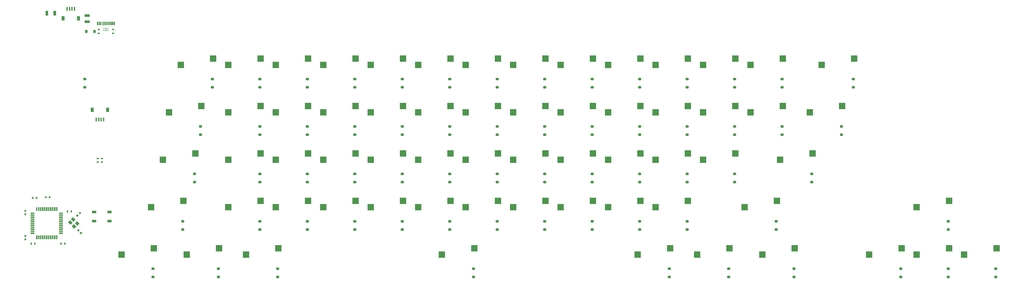
<source format=gbr>
G04 #@! TF.GenerationSoftware,KiCad,Pcbnew,(5.1.9)-1*
G04 #@! TF.CreationDate,2021-04-13T22:09:09-06:00*
G04 #@! TF.ProjectId,64,36342e6b-6963-4616-945f-706362585858,rev?*
G04 #@! TF.SameCoordinates,Original*
G04 #@! TF.FileFunction,Paste,Bot*
G04 #@! TF.FilePolarity,Positive*
%FSLAX46Y46*%
G04 Gerber Fmt 4.6, Leading zero omitted, Abs format (unit mm)*
G04 Created by KiCad (PCBNEW (5.1.9)-1) date 2021-04-13 22:09:09*
%MOMM*%
%LPD*%
G01*
G04 APERTURE LIST*
%ADD10R,2.550000X2.500000*%
%ADD11C,0.100000*%
%ADD12O,0.550000X1.500000*%
%ADD13R,0.500000X0.900000*%
%ADD14R,0.250000X0.550000*%
%ADD15R,0.300000X0.550000*%
%ADD16R,0.800000X0.750000*%
%ADD17R,2.030000X1.140000*%
%ADD18R,0.900000X0.500000*%
%ADD19R,0.750000X0.800000*%
%ADD20R,1.200000X1.800000*%
%ADD21R,0.600000X1.550000*%
%ADD22R,1.800000X1.100000*%
G04 APERTURE END LIST*
D10*
G04 #@! TO.C,MX_CAPS1*
X153892500Y-211810000D03*
X166862500Y-209270000D03*
G04 #@! TD*
G04 #@! TO.C,MX_UP1*
X469281250Y-228320000D03*
X456311250Y-230860000D03*
G04 #@! TD*
G04 #@! TO.C,MX_.1*
X345456250Y-228320000D03*
X332486250Y-230860000D03*
G04 #@! TD*
G04 #@! TO.C,MX_\u002C1*
X326406250Y-228320000D03*
X313436250Y-230860000D03*
G04 #@! TD*
G04 #@! TO.C,MX_#0*
X364506250Y-171170000D03*
X351536250Y-173710000D03*
G04 #@! TD*
G04 #@! TO.C,MX_#1*
X193056250Y-171170000D03*
X180086250Y-173710000D03*
G04 #@! TD*
G04 #@! TO.C,MX_#2*
X212106250Y-171170000D03*
X199136250Y-173710000D03*
G04 #@! TD*
G04 #@! TO.C,MX_#3*
X231156250Y-171170000D03*
X218186250Y-173710000D03*
G04 #@! TD*
G04 #@! TO.C,MX_#4*
X250206250Y-171170000D03*
X237236250Y-173710000D03*
G04 #@! TD*
G04 #@! TO.C,MX_#5*
X269256250Y-171170000D03*
X256286250Y-173710000D03*
G04 #@! TD*
G04 #@! TO.C,MX_#6*
X288306250Y-171170000D03*
X275336250Y-173710000D03*
G04 #@! TD*
G04 #@! TO.C,MX_#7*
X307356250Y-171170000D03*
X294386250Y-173710000D03*
G04 #@! TD*
G04 #@! TO.C,MX_#8*
X326406250Y-171170000D03*
X313436250Y-173710000D03*
G04 #@! TD*
G04 #@! TO.C,MX_#9*
X345456250Y-171170000D03*
X332486250Y-173710000D03*
G04 #@! TD*
G04 #@! TO.C,MX_'1*
X383556250Y-209270000D03*
X370586250Y-211810000D03*
G04 #@! TD*
G04 #@! TO.C,MX_-1*
X383556250Y-171170000D03*
X370586250Y-173710000D03*
G04 #@! TD*
G04 #@! TO.C,MX_/1*
X364506250Y-228320000D03*
X351536250Y-230860000D03*
G04 #@! TD*
G04 #@! TO.C,MX_;1*
X364506250Y-209270000D03*
X351536250Y-211810000D03*
G04 #@! TD*
G04 #@! TO.C,MX_=1*
X402606250Y-171170000D03*
X389636250Y-173710000D03*
G04 #@! TD*
G04 #@! TO.C,MX_[1*
X383556250Y-190220000D03*
X370586250Y-192760000D03*
G04 #@! TD*
G04 #@! TO.C,MX_]1*
X402606250Y-190220000D03*
X389636250Y-192760000D03*
G04 #@! TD*
G04 #@! TO.C,MX_A1*
X193056250Y-209270000D03*
X180086250Y-211810000D03*
G04 #@! TD*
G04 #@! TO.C,MX_B1*
X269256250Y-228320000D03*
X256286250Y-230860000D03*
G04 #@! TD*
G04 #@! TO.C,MX_C1*
X231156250Y-228320000D03*
X218186250Y-230860000D03*
G04 #@! TD*
G04 #@! TO.C,MX_D1*
X231156250Y-209270000D03*
X218186250Y-211810000D03*
G04 #@! TD*
G04 #@! TO.C,MX_DOWN1*
X469281250Y-247370000D03*
X456311250Y-249910000D03*
G04 #@! TD*
G04 #@! TO.C,MX_E1*
X231156250Y-190220000D03*
X218186250Y-192760000D03*
G04 #@! TD*
G04 #@! TO.C,MX_ESC1*
X174006250Y-171170000D03*
X161036250Y-173710000D03*
G04 #@! TD*
G04 #@! TO.C,MX_F1*
X250206250Y-209270000D03*
X237236250Y-211810000D03*
G04 #@! TD*
G04 #@! TO.C,MX_G1*
X269256250Y-209270000D03*
X256286250Y-211810000D03*
G04 #@! TD*
G04 #@! TO.C,MX_H1*
X288306250Y-209270000D03*
X275336250Y-211810000D03*
G04 #@! TD*
G04 #@! TO.C,MX_I1*
X326406250Y-190220000D03*
X313436250Y-192760000D03*
G04 #@! TD*
G04 #@! TO.C,MX_J1*
X307356250Y-209270000D03*
X294386250Y-211810000D03*
G04 #@! TD*
G04 #@! TO.C,MX_K1*
X326406250Y-209270000D03*
X313436250Y-211810000D03*
G04 #@! TD*
G04 #@! TO.C,MX_L1*
X345456250Y-209270000D03*
X332486250Y-211810000D03*
G04 #@! TD*
G04 #@! TO.C,MX_LEFT1*
X450231250Y-247370000D03*
X437261250Y-249910000D03*
G04 #@! TD*
G04 #@! TO.C,MX_M1*
X307356250Y-228320000D03*
X294386250Y-230860000D03*
G04 #@! TD*
G04 #@! TO.C,MX_N1*
X288306250Y-228320000D03*
X275336250Y-230860000D03*
G04 #@! TD*
G04 #@! TO.C,MX_O1*
X345456250Y-190220000D03*
X332486250Y-192760000D03*
G04 #@! TD*
G04 #@! TO.C,MX_P1*
X364506250Y-190220000D03*
X351536250Y-192760000D03*
G04 #@! TD*
G04 #@! TO.C,MX_Q1*
X193056250Y-190220000D03*
X180086250Y-192760000D03*
G04 #@! TD*
G04 #@! TO.C,MX_R1*
X250206250Y-190220000D03*
X237236250Y-192760000D03*
G04 #@! TD*
G04 #@! TO.C,MX_RIGHT1*
X488331250Y-247370000D03*
X475361250Y-249910000D03*
G04 #@! TD*
G04 #@! TO.C,MX_S1*
X212106250Y-209270000D03*
X199136250Y-211810000D03*
G04 #@! TD*
G04 #@! TO.C,MX_T1*
X269256250Y-190220000D03*
X256286250Y-192760000D03*
G04 #@! TD*
G04 #@! TO.C,MX_V1*
X250206250Y-228320000D03*
X237236250Y-230860000D03*
G04 #@! TD*
G04 #@! TO.C,MX_W1*
X212106250Y-190220000D03*
X199136250Y-192760000D03*
G04 #@! TD*
G04 #@! TO.C,MX_X1*
X212106250Y-228320000D03*
X199136250Y-230860000D03*
G04 #@! TD*
G04 #@! TO.C,MX_Y1*
X288306250Y-190220000D03*
X275336250Y-192760000D03*
G04 #@! TD*
G04 #@! TO.C,MX_Z1*
X193056250Y-228320000D03*
X180086250Y-230860000D03*
G04 #@! TD*
G04 #@! TO.C,MX_SPACE1*
X278781250Y-247370000D03*
X265811250Y-249910000D03*
G04 #@! TD*
D11*
G04 #@! TO.C,U1*
G36*
X102300000Y-233018750D02*
G01*
X102300000Y-233518750D01*
X100800000Y-233518750D01*
X100800000Y-233018750D01*
X102300000Y-233018750D01*
G37*
G36*
X102300000Y-233793750D02*
G01*
X102300000Y-234343750D01*
X100800000Y-234343750D01*
X100800000Y-233793750D01*
X102300000Y-233793750D01*
G37*
G36*
X102300000Y-234593750D02*
G01*
X102300000Y-235143750D01*
X100800000Y-235143750D01*
X100800000Y-234593750D01*
X102300000Y-234593750D01*
G37*
G36*
X102300000Y-235393750D02*
G01*
X102300000Y-235943750D01*
X100800000Y-235943750D01*
X100800000Y-235393750D01*
X102300000Y-235393750D01*
G37*
G36*
X102300000Y-236193750D02*
G01*
X102300000Y-236743750D01*
X100800000Y-236743750D01*
X100800000Y-236193750D01*
X102300000Y-236193750D01*
G37*
G36*
X102300000Y-236993750D02*
G01*
X102300000Y-237543750D01*
X100800000Y-237543750D01*
X100800000Y-236993750D01*
X102300000Y-236993750D01*
G37*
G36*
X102300000Y-237793750D02*
G01*
X102300000Y-238343750D01*
X100800000Y-238343750D01*
X100800000Y-237793750D01*
X102300000Y-237793750D01*
G37*
G36*
X102300000Y-238593750D02*
G01*
X102300000Y-239143750D01*
X100800000Y-239143750D01*
X100800000Y-238593750D01*
X102300000Y-238593750D01*
G37*
G36*
X102300000Y-239393750D02*
G01*
X102300000Y-239943750D01*
X100800000Y-239943750D01*
X100800000Y-239393750D01*
X102300000Y-239393750D01*
G37*
G36*
X102300000Y-240193750D02*
G01*
X102300000Y-240743750D01*
X100800000Y-240743750D01*
X100800000Y-240193750D01*
X102300000Y-240193750D01*
G37*
G36*
X102300000Y-240993750D02*
G01*
X102300000Y-241543750D01*
X100800000Y-241543750D01*
X100800000Y-240993750D01*
X102300000Y-240993750D01*
G37*
G36*
X102975000Y-242218750D02*
G01*
X103525000Y-242218750D01*
X103525000Y-243718750D01*
X102975000Y-243718750D01*
X102975000Y-242218750D01*
G37*
G36*
X103775000Y-242218750D02*
G01*
X104325000Y-242218750D01*
X104325000Y-243718750D01*
X103775000Y-243718750D01*
X103775000Y-242218750D01*
G37*
G36*
X104575000Y-242218750D02*
G01*
X105125000Y-242218750D01*
X105125000Y-243718750D01*
X104575000Y-243718750D01*
X104575000Y-242218750D01*
G37*
G36*
X105375000Y-242218750D02*
G01*
X105925000Y-242218750D01*
X105925000Y-243718750D01*
X105375000Y-243718750D01*
X105375000Y-242218750D01*
G37*
G36*
X106175000Y-242218750D02*
G01*
X106725000Y-242218750D01*
X106725000Y-243718750D01*
X106175000Y-243718750D01*
X106175000Y-242218750D01*
G37*
G36*
X106975000Y-242218750D02*
G01*
X107525000Y-242218750D01*
X107525000Y-243718750D01*
X106975000Y-243718750D01*
X106975000Y-242218750D01*
G37*
G36*
X107775000Y-242218750D02*
G01*
X108325000Y-242218750D01*
X108325000Y-243718750D01*
X107775000Y-243718750D01*
X107775000Y-242218750D01*
G37*
G36*
X108575000Y-242218750D02*
G01*
X109125000Y-242218750D01*
X109125000Y-243718750D01*
X108575000Y-243718750D01*
X108575000Y-242218750D01*
G37*
G36*
X109375000Y-242218750D02*
G01*
X109925000Y-242218750D01*
X109925000Y-243718750D01*
X109375000Y-243718750D01*
X109375000Y-242218750D01*
G37*
G36*
X110175000Y-242218750D02*
G01*
X110725000Y-242218750D01*
X110725000Y-243718750D01*
X110175000Y-243718750D01*
X110175000Y-242218750D01*
G37*
G36*
X110975000Y-242218750D02*
G01*
X111525000Y-242218750D01*
X111525000Y-243718750D01*
X110975000Y-243718750D01*
X110975000Y-242218750D01*
G37*
G36*
X113700000Y-240993750D02*
G01*
X113700000Y-241543750D01*
X112200000Y-241543750D01*
X112200000Y-240993750D01*
X113700000Y-240993750D01*
G37*
G36*
X113700000Y-240193750D02*
G01*
X113700000Y-240743750D01*
X112200000Y-240743750D01*
X112200000Y-240193750D01*
X113700000Y-240193750D01*
G37*
G36*
X113700000Y-239393750D02*
G01*
X113700000Y-239943750D01*
X112200000Y-239943750D01*
X112200000Y-239393750D01*
X113700000Y-239393750D01*
G37*
G36*
X113700000Y-238593750D02*
G01*
X113700000Y-239143750D01*
X112200000Y-239143750D01*
X112200000Y-238593750D01*
X113700000Y-238593750D01*
G37*
G36*
X113700000Y-237793750D02*
G01*
X113700000Y-238343750D01*
X112200000Y-238343750D01*
X112200000Y-237793750D01*
X113700000Y-237793750D01*
G37*
G36*
X113700000Y-236993750D02*
G01*
X113700000Y-237543750D01*
X112200000Y-237543750D01*
X112200000Y-236993750D01*
X113700000Y-236993750D01*
G37*
G36*
X113700000Y-236193750D02*
G01*
X113700000Y-236743750D01*
X112200000Y-236743750D01*
X112200000Y-236193750D01*
X113700000Y-236193750D01*
G37*
G36*
X113700000Y-235393750D02*
G01*
X113700000Y-235943750D01*
X112200000Y-235943750D01*
X112200000Y-235393750D01*
X113700000Y-235393750D01*
G37*
G36*
X113700000Y-234593750D02*
G01*
X113700000Y-235143750D01*
X112200000Y-235143750D01*
X112200000Y-234593750D01*
X113700000Y-234593750D01*
G37*
G36*
X113700000Y-233793750D02*
G01*
X113700000Y-234343750D01*
X112200000Y-234343750D01*
X112200000Y-233793750D01*
X113700000Y-233793750D01*
G37*
G36*
X113700000Y-232993750D02*
G01*
X113700000Y-233543750D01*
X112200000Y-233543750D01*
X112200000Y-232993750D01*
X113700000Y-232993750D01*
G37*
G36*
X110975000Y-230818750D02*
G01*
X111525000Y-230818750D01*
X111525000Y-232318750D01*
X110975000Y-232318750D01*
X110975000Y-230818750D01*
G37*
G36*
X110175000Y-230818750D02*
G01*
X110725000Y-230818750D01*
X110725000Y-232318750D01*
X110175000Y-232318750D01*
X110175000Y-230818750D01*
G37*
G36*
X109375000Y-230818750D02*
G01*
X109925000Y-230818750D01*
X109925000Y-232318750D01*
X109375000Y-232318750D01*
X109375000Y-230818750D01*
G37*
G36*
X108575000Y-230818750D02*
G01*
X109125000Y-230818750D01*
X109125000Y-232318750D01*
X108575000Y-232318750D01*
X108575000Y-230818750D01*
G37*
G36*
X107775000Y-230818750D02*
G01*
X108325000Y-230818750D01*
X108325000Y-232318750D01*
X107775000Y-232318750D01*
X107775000Y-230818750D01*
G37*
G36*
X106975000Y-230818750D02*
G01*
X107525000Y-230818750D01*
X107525000Y-232318750D01*
X106975000Y-232318750D01*
X106975000Y-230818750D01*
G37*
G36*
X106175000Y-230818750D02*
G01*
X106725000Y-230818750D01*
X106725000Y-232318750D01*
X106175000Y-232318750D01*
X106175000Y-230818750D01*
G37*
G36*
X105375000Y-230818750D02*
G01*
X105925000Y-230818750D01*
X105925000Y-232318750D01*
X105375000Y-232318750D01*
X105375000Y-230818750D01*
G37*
G36*
X104600000Y-230818750D02*
G01*
X105100000Y-230818750D01*
X105100000Y-232318750D01*
X104600000Y-232318750D01*
X104600000Y-230818750D01*
G37*
G36*
X103800000Y-230818750D02*
G01*
X104300000Y-230818750D01*
X104300000Y-232318750D01*
X103800000Y-232318750D01*
X103800000Y-230818750D01*
G37*
D12*
X103250000Y-231568750D03*
G04 #@! TD*
D10*
G04 #@! TO.C,MX_BKSPC1*
X418211250Y-173710000D03*
X431181250Y-171170000D03*
G04 #@! TD*
G04 #@! TO.C,MX_\u005C1*
X413448750Y-192760000D03*
X426418750Y-190220000D03*
G04 #@! TD*
G04 #@! TO.C,MX_RCTRL1*
X394398750Y-249910000D03*
X407368750Y-247370000D03*
G04 #@! TD*
G04 #@! TO.C,MX_TAB1*
X156273750Y-192760000D03*
X169243750Y-190220000D03*
G04 #@! TD*
G04 #@! TO.C,MX_LCTRL1*
X137223750Y-249910000D03*
X150193750Y-247370000D03*
G04 #@! TD*
G04 #@! TO.C,MX_ENTER1*
X414512500Y-209270000D03*
X401542500Y-211810000D03*
G04 #@! TD*
G04 #@! TO.C,MX_LSHIFT1*
X162100000Y-228320000D03*
X149130000Y-230860000D03*
G04 #@! TD*
G04 #@! TO.C,MX_RSHIFT1*
X400225000Y-228320000D03*
X387255000Y-230860000D03*
G04 #@! TD*
G04 #@! TO.C,MX_LALT1*
X187230000Y-249910000D03*
X200200000Y-247370000D03*
G04 #@! TD*
G04 #@! TO.C,MX_LCODE1*
X163417500Y-249910000D03*
X176387500Y-247370000D03*
G04 #@! TD*
G04 #@! TO.C,MX_RALT1*
X344392500Y-249910000D03*
X357362500Y-247370000D03*
G04 #@! TD*
G04 #@! TO.C,MX_RCODE1*
X368205000Y-249910000D03*
X381175000Y-247370000D03*
G04 #@! TD*
D13*
G04 #@! TO.C,R5*
X117090000Y-232560000D03*
X115590000Y-232560000D03*
G04 #@! TD*
G04 #@! TO.C,U2*
G36*
G01*
X132125000Y-159665000D02*
X132125000Y-159965000D01*
G75*
G02*
X132000000Y-160090000I-125000J0D01*
G01*
X132000000Y-160090000D01*
G75*
G02*
X131875000Y-159965000I0J125000D01*
G01*
X131875000Y-159665000D01*
G75*
G02*
X132000000Y-159540000I125000J0D01*
G01*
X132000000Y-159540000D01*
G75*
G02*
X132125000Y-159665000I0J-125000D01*
G01*
G37*
D14*
X131500000Y-159815000D03*
D15*
X131000000Y-159815000D03*
D14*
X130500000Y-159815000D03*
X130000000Y-159815000D03*
X131500000Y-159045000D03*
X130000000Y-159045000D03*
X130500000Y-159045000D03*
X132000000Y-159045000D03*
D15*
X131000000Y-159045000D03*
G04 #@! TD*
D11*
G04 #@! TO.C,C1*
G36*
X120432322Y-241162652D02*
G01*
X120962652Y-240632322D01*
X121528338Y-241198008D01*
X120998008Y-241728338D01*
X120432322Y-241162652D01*
G37*
G36*
X119371662Y-240101992D02*
G01*
X119901992Y-239571662D01*
X120467678Y-240137348D01*
X119937348Y-240667678D01*
X119371662Y-240101992D01*
G37*
G04 #@! TD*
G04 #@! TO.C,C2*
G36*
X119501992Y-234728338D02*
G01*
X118971662Y-234198008D01*
X119537348Y-233632322D01*
X120067678Y-234162652D01*
X119501992Y-234728338D01*
G37*
G36*
X120562652Y-233667678D02*
G01*
X120032322Y-233137348D01*
X120598008Y-232571662D01*
X121128338Y-233101992D01*
X120562652Y-233667678D01*
G37*
G04 #@! TD*
D16*
G04 #@! TO.C,C3*
X103140000Y-227120000D03*
X101640000Y-227120000D03*
G04 #@! TD*
G04 #@! TO.C,C4*
X114500000Y-245450000D03*
X113000000Y-245450000D03*
G04 #@! TD*
G04 #@! TO.C,C6*
X106860000Y-226880000D03*
X108360000Y-226880000D03*
G04 #@! TD*
G04 #@! TO.C,D1*
G36*
G01*
X122590000Y-160610000D02*
X122590000Y-159910000D01*
G75*
G02*
X122840000Y-159660000I250000J0D01*
G01*
X123340000Y-159660000D01*
G75*
G02*
X123590000Y-159910000I0J-250000D01*
G01*
X123590000Y-160610000D01*
G75*
G02*
X123340000Y-160860000I-250000J0D01*
G01*
X122840000Y-160860000D01*
G75*
G02*
X122590000Y-160610000I0J250000D01*
G01*
G37*
G36*
G01*
X125890000Y-160610000D02*
X125890000Y-159910000D01*
G75*
G02*
X126140000Y-159660000I250000J0D01*
G01*
X126640000Y-159660000D01*
G75*
G02*
X126890000Y-159910000I0J-250000D01*
G01*
X126890000Y-160610000D01*
G75*
G02*
X126640000Y-160860000I-250000J0D01*
G01*
X126140000Y-160860000D01*
G75*
G02*
X125890000Y-160610000I0J250000D01*
G01*
G37*
G04 #@! TD*
D17*
G04 #@! TO.C,F1*
X123440000Y-156310000D03*
X123440000Y-153910000D03*
G04 #@! TD*
G04 #@! TO.C,J1*
G36*
G01*
X133150000Y-157585000D02*
X133150000Y-156435000D01*
G75*
G02*
X133300000Y-156285000I150000J0D01*
G01*
X133600000Y-156285000D01*
G75*
G02*
X133750000Y-156435000I0J-150000D01*
G01*
X133750000Y-157585000D01*
G75*
G02*
X133600000Y-157735000I-150000J0D01*
G01*
X133300000Y-157735000D01*
G75*
G02*
X133150000Y-157585000I0J150000D01*
G01*
G37*
G36*
G01*
X133950000Y-157585000D02*
X133950000Y-156435000D01*
G75*
G02*
X134100000Y-156285000I150000J0D01*
G01*
X134400000Y-156285000D01*
G75*
G02*
X134550000Y-156435000I0J-150000D01*
G01*
X134550000Y-157585000D01*
G75*
G02*
X134400000Y-157735000I-150000J0D01*
G01*
X134100000Y-157735000D01*
G75*
G02*
X133950000Y-157585000I0J150000D01*
G01*
G37*
G36*
G01*
X128250000Y-157585000D02*
X128250000Y-156435000D01*
G75*
G02*
X128400000Y-156285000I150000J0D01*
G01*
X128700000Y-156285000D01*
G75*
G02*
X128850000Y-156435000I0J-150000D01*
G01*
X128850000Y-157585000D01*
G75*
G02*
X128700000Y-157735000I-150000J0D01*
G01*
X128400000Y-157735000D01*
G75*
G02*
X128250000Y-157585000I0J150000D01*
G01*
G37*
G36*
G01*
X131100000Y-157660000D02*
X131100000Y-156360000D01*
G75*
G02*
X131175000Y-156285000I75000J0D01*
G01*
X131325000Y-156285000D01*
G75*
G02*
X131400000Y-156360000I0J-75000D01*
G01*
X131400000Y-157660000D01*
G75*
G02*
X131325000Y-157735000I-75000J0D01*
G01*
X131175000Y-157735000D01*
G75*
G02*
X131100000Y-157660000I0J75000D01*
G01*
G37*
G36*
G01*
X131600000Y-157660000D02*
X131600000Y-156360000D01*
G75*
G02*
X131675000Y-156285000I75000J0D01*
G01*
X131825000Y-156285000D01*
G75*
G02*
X131900000Y-156360000I0J-75000D01*
G01*
X131900000Y-157660000D01*
G75*
G02*
X131825000Y-157735000I-75000J0D01*
G01*
X131675000Y-157735000D01*
G75*
G02*
X131600000Y-157660000I0J75000D01*
G01*
G37*
G36*
G01*
X132100000Y-157660000D02*
X132100000Y-156360000D01*
G75*
G02*
X132175000Y-156285000I75000J0D01*
G01*
X132325000Y-156285000D01*
G75*
G02*
X132400000Y-156360000I0J-75000D01*
G01*
X132400000Y-157660000D01*
G75*
G02*
X132325000Y-157735000I-75000J0D01*
G01*
X132175000Y-157735000D01*
G75*
G02*
X132100000Y-157660000I0J75000D01*
G01*
G37*
G36*
G01*
X132600000Y-157660000D02*
X132600000Y-156360000D01*
G75*
G02*
X132675000Y-156285000I75000J0D01*
G01*
X132825000Y-156285000D01*
G75*
G02*
X132900000Y-156360000I0J-75000D01*
G01*
X132900000Y-157660000D01*
G75*
G02*
X132825000Y-157735000I-75000J0D01*
G01*
X132675000Y-157735000D01*
G75*
G02*
X132600000Y-157660000I0J75000D01*
G01*
G37*
G36*
G01*
X130596000Y-157660000D02*
X130596000Y-156360000D01*
G75*
G02*
X130671000Y-156285000I75000J0D01*
G01*
X130821000Y-156285000D01*
G75*
G02*
X130896000Y-156360000I0J-75000D01*
G01*
X130896000Y-157660000D01*
G75*
G02*
X130821000Y-157735000I-75000J0D01*
G01*
X130671000Y-157735000D01*
G75*
G02*
X130596000Y-157660000I0J75000D01*
G01*
G37*
G36*
G01*
X130100000Y-157660000D02*
X130100000Y-156360000D01*
G75*
G02*
X130175000Y-156285000I75000J0D01*
G01*
X130325000Y-156285000D01*
G75*
G02*
X130400000Y-156360000I0J-75000D01*
G01*
X130400000Y-157660000D01*
G75*
G02*
X130325000Y-157735000I-75000J0D01*
G01*
X130175000Y-157735000D01*
G75*
G02*
X130100000Y-157660000I0J75000D01*
G01*
G37*
G36*
G01*
X129600000Y-157660000D02*
X129600000Y-156360000D01*
G75*
G02*
X129675000Y-156285000I75000J0D01*
G01*
X129825000Y-156285000D01*
G75*
G02*
X129900000Y-156360000I0J-75000D01*
G01*
X129900000Y-157660000D01*
G75*
G02*
X129825000Y-157735000I-75000J0D01*
G01*
X129675000Y-157735000D01*
G75*
G02*
X129600000Y-157660000I0J75000D01*
G01*
G37*
G36*
G01*
X129100000Y-157660000D02*
X129100000Y-156360000D01*
G75*
G02*
X129175000Y-156285000I75000J0D01*
G01*
X129325000Y-156285000D01*
G75*
G02*
X129400000Y-156360000I0J-75000D01*
G01*
X129400000Y-157660000D01*
G75*
G02*
X129325000Y-157735000I-75000J0D01*
G01*
X129175000Y-157735000D01*
G75*
G02*
X129100000Y-157660000I0J75000D01*
G01*
G37*
G36*
G01*
X127450000Y-157585000D02*
X127450000Y-156435000D01*
G75*
G02*
X127600000Y-156285000I150000J0D01*
G01*
X127900000Y-156285000D01*
G75*
G02*
X128050000Y-156435000I0J-150000D01*
G01*
X128050000Y-157585000D01*
G75*
G02*
X127900000Y-157735000I-150000J0D01*
G01*
X127600000Y-157735000D01*
G75*
G02*
X127450000Y-157585000I0J150000D01*
G01*
G37*
G04 #@! TD*
D18*
G04 #@! TO.C,R1*
X128110000Y-159500000D03*
X128110000Y-161000000D03*
G04 #@! TD*
G04 #@! TO.C,R2*
X133870000Y-159500000D03*
X133870000Y-161000000D03*
G04 #@! TD*
G04 #@! TO.C,R3*
X127731250Y-212745000D03*
X127731250Y-211245000D03*
G04 #@! TD*
G04 #@! TO.C,R4*
X129390000Y-212740000D03*
X129390000Y-211240000D03*
G04 #@! TD*
D13*
G04 #@! TO.C,R6*
X101000000Y-245470000D03*
X102500000Y-245470000D03*
G04 #@! TD*
D11*
G04 #@! TO.C,Y1*
G36*
X119146016Y-238599569D02*
G01*
X118297488Y-239448097D01*
X117307538Y-238458147D01*
X118156066Y-237609619D01*
X119146016Y-238599569D01*
G37*
G36*
X117590381Y-237043934D02*
G01*
X116741853Y-237892462D01*
X115751903Y-236902512D01*
X116600431Y-236053984D01*
X117590381Y-237043934D01*
G37*
G36*
X118792462Y-235841853D02*
G01*
X117943934Y-236690381D01*
X116953984Y-235700431D01*
X117802512Y-234851903D01*
X118792462Y-235841853D01*
G37*
G36*
X120348097Y-237397488D02*
G01*
X119499569Y-238246016D01*
X118509619Y-237256066D01*
X119358147Y-236407538D01*
X120348097Y-237397488D01*
G37*
G04 #@! TD*
G04 #@! TO.C,L1*
G36*
G01*
X110980000Y-152199999D02*
X110980000Y-153600001D01*
G75*
G02*
X110730001Y-153850000I-249999J0D01*
G01*
X110179999Y-153850000D01*
G75*
G02*
X109930000Y-153600001I0J249999D01*
G01*
X109930000Y-152199999D01*
G75*
G02*
X110179999Y-151950000I249999J0D01*
G01*
X110730001Y-151950000D01*
G75*
G02*
X110980000Y-152199999I0J-249999D01*
G01*
G37*
G36*
G01*
X107830000Y-152199999D02*
X107830000Y-153600001D01*
G75*
G02*
X107580001Y-153850000I-249999J0D01*
G01*
X107029999Y-153850000D01*
G75*
G02*
X106780000Y-153600001I0J249999D01*
G01*
X106780000Y-152199999D01*
G75*
G02*
X107029999Y-151950000I249999J0D01*
G01*
X107580001Y-151950000D01*
G75*
G02*
X107830000Y-152199999I0J-249999D01*
G01*
G37*
G04 #@! TD*
D19*
G04 #@! TO.C,C5*
X98650000Y-242310000D03*
X98650000Y-243810000D03*
G04 #@! TD*
D20*
G04 #@! TO.C,J2*
X131687500Y-191740000D03*
X125487500Y-191740000D03*
D21*
X130087500Y-195615000D03*
X127087500Y-195615000D03*
X128087500Y-195615000D03*
X129087500Y-195615000D03*
G04 #@! TD*
G04 #@! TO.C,J3*
X116400000Y-151135000D03*
X117400000Y-151135000D03*
X118400000Y-151135000D03*
X115400000Y-151135000D03*
D20*
X120000000Y-155010000D03*
X113800000Y-155010000D03*
G04 #@! TD*
D22*
G04 #@! TO.C,SW1*
X132440000Y-232750000D03*
X126240000Y-236450000D03*
X132440000Y-236450000D03*
X126240000Y-232750000D03*
G04 #@! TD*
D19*
G04 #@! TO.C,C7*
X98650000Y-233750000D03*
X98650000Y-232250000D03*
G04 #@! TD*
G04 #@! TO.C,D8*
G36*
G01*
X173362500Y-182162500D02*
X174062500Y-182162500D01*
G75*
G02*
X174312500Y-182412500I0J-250000D01*
G01*
X174312500Y-182912500D01*
G75*
G02*
X174062500Y-183162500I-250000J0D01*
G01*
X173362500Y-183162500D01*
G75*
G02*
X173112500Y-182912500I0J250000D01*
G01*
X173112500Y-182412500D01*
G75*
G02*
X173362500Y-182162500I250000J0D01*
G01*
G37*
G36*
G01*
X173362500Y-178862500D02*
X174062500Y-178862500D01*
G75*
G02*
X174312500Y-179112500I0J-250000D01*
G01*
X174312500Y-179612500D01*
G75*
G02*
X174062500Y-179862500I-250000J0D01*
G01*
X173362500Y-179862500D01*
G75*
G02*
X173112500Y-179612500I0J250000D01*
G01*
X173112500Y-179112500D01*
G75*
G02*
X173362500Y-178862500I250000J0D01*
G01*
G37*
G04 #@! TD*
G04 #@! TO.C,D9*
G36*
G01*
X192412500Y-178862500D02*
X193112500Y-178862500D01*
G75*
G02*
X193362500Y-179112500I0J-250000D01*
G01*
X193362500Y-179612500D01*
G75*
G02*
X193112500Y-179862500I-250000J0D01*
G01*
X192412500Y-179862500D01*
G75*
G02*
X192162500Y-179612500I0J250000D01*
G01*
X192162500Y-179112500D01*
G75*
G02*
X192412500Y-178862500I250000J0D01*
G01*
G37*
G36*
G01*
X192412500Y-182162500D02*
X193112500Y-182162500D01*
G75*
G02*
X193362500Y-182412500I0J-250000D01*
G01*
X193362500Y-182912500D01*
G75*
G02*
X193112500Y-183162500I-250000J0D01*
G01*
X192412500Y-183162500D01*
G75*
G02*
X192162500Y-182912500I0J250000D01*
G01*
X192162500Y-182412500D01*
G75*
G02*
X192412500Y-182162500I250000J0D01*
G01*
G37*
G04 #@! TD*
G04 #@! TO.C,D10*
G36*
G01*
X211462500Y-182162500D02*
X212162500Y-182162500D01*
G75*
G02*
X212412500Y-182412500I0J-250000D01*
G01*
X212412500Y-182912500D01*
G75*
G02*
X212162500Y-183162500I-250000J0D01*
G01*
X211462500Y-183162500D01*
G75*
G02*
X211212500Y-182912500I0J250000D01*
G01*
X211212500Y-182412500D01*
G75*
G02*
X211462500Y-182162500I250000J0D01*
G01*
G37*
G36*
G01*
X211462500Y-178862500D02*
X212162500Y-178862500D01*
G75*
G02*
X212412500Y-179112500I0J-250000D01*
G01*
X212412500Y-179612500D01*
G75*
G02*
X212162500Y-179862500I-250000J0D01*
G01*
X211462500Y-179862500D01*
G75*
G02*
X211212500Y-179612500I0J250000D01*
G01*
X211212500Y-179112500D01*
G75*
G02*
X211462500Y-178862500I250000J0D01*
G01*
G37*
G04 #@! TD*
G04 #@! TO.C,D11*
G36*
G01*
X230512500Y-178862500D02*
X231212500Y-178862500D01*
G75*
G02*
X231462500Y-179112500I0J-250000D01*
G01*
X231462500Y-179612500D01*
G75*
G02*
X231212500Y-179862500I-250000J0D01*
G01*
X230512500Y-179862500D01*
G75*
G02*
X230262500Y-179612500I0J250000D01*
G01*
X230262500Y-179112500D01*
G75*
G02*
X230512500Y-178862500I250000J0D01*
G01*
G37*
G36*
G01*
X230512500Y-182162500D02*
X231212500Y-182162500D01*
G75*
G02*
X231462500Y-182412500I0J-250000D01*
G01*
X231462500Y-182912500D01*
G75*
G02*
X231212500Y-183162500I-250000J0D01*
G01*
X230512500Y-183162500D01*
G75*
G02*
X230262500Y-182912500I0J250000D01*
G01*
X230262500Y-182412500D01*
G75*
G02*
X230512500Y-182162500I250000J0D01*
G01*
G37*
G04 #@! TD*
G04 #@! TO.C,D12*
G36*
G01*
X249562500Y-182162500D02*
X250262500Y-182162500D01*
G75*
G02*
X250512500Y-182412500I0J-250000D01*
G01*
X250512500Y-182912500D01*
G75*
G02*
X250262500Y-183162500I-250000J0D01*
G01*
X249562500Y-183162500D01*
G75*
G02*
X249312500Y-182912500I0J250000D01*
G01*
X249312500Y-182412500D01*
G75*
G02*
X249562500Y-182162500I250000J0D01*
G01*
G37*
G36*
G01*
X249562500Y-178862500D02*
X250262500Y-178862500D01*
G75*
G02*
X250512500Y-179112500I0J-250000D01*
G01*
X250512500Y-179612500D01*
G75*
G02*
X250262500Y-179862500I-250000J0D01*
G01*
X249562500Y-179862500D01*
G75*
G02*
X249312500Y-179612500I0J250000D01*
G01*
X249312500Y-179112500D01*
G75*
G02*
X249562500Y-178862500I250000J0D01*
G01*
G37*
G04 #@! TD*
G04 #@! TO.C,D13*
G36*
G01*
X268612500Y-182162500D02*
X269312500Y-182162500D01*
G75*
G02*
X269562500Y-182412500I0J-250000D01*
G01*
X269562500Y-182912500D01*
G75*
G02*
X269312500Y-183162500I-250000J0D01*
G01*
X268612500Y-183162500D01*
G75*
G02*
X268362500Y-182912500I0J250000D01*
G01*
X268362500Y-182412500D01*
G75*
G02*
X268612500Y-182162500I250000J0D01*
G01*
G37*
G36*
G01*
X268612500Y-178862500D02*
X269312500Y-178862500D01*
G75*
G02*
X269562500Y-179112500I0J-250000D01*
G01*
X269562500Y-179612500D01*
G75*
G02*
X269312500Y-179862500I-250000J0D01*
G01*
X268612500Y-179862500D01*
G75*
G02*
X268362500Y-179612500I0J250000D01*
G01*
X268362500Y-179112500D01*
G75*
G02*
X268612500Y-178862500I250000J0D01*
G01*
G37*
G04 #@! TD*
G04 #@! TO.C,D14*
G36*
G01*
X287662500Y-178862500D02*
X288362500Y-178862500D01*
G75*
G02*
X288612500Y-179112500I0J-250000D01*
G01*
X288612500Y-179612500D01*
G75*
G02*
X288362500Y-179862500I-250000J0D01*
G01*
X287662500Y-179862500D01*
G75*
G02*
X287412500Y-179612500I0J250000D01*
G01*
X287412500Y-179112500D01*
G75*
G02*
X287662500Y-178862500I250000J0D01*
G01*
G37*
G36*
G01*
X287662500Y-182162500D02*
X288362500Y-182162500D01*
G75*
G02*
X288612500Y-182412500I0J-250000D01*
G01*
X288612500Y-182912500D01*
G75*
G02*
X288362500Y-183162500I-250000J0D01*
G01*
X287662500Y-183162500D01*
G75*
G02*
X287412500Y-182912500I0J250000D01*
G01*
X287412500Y-182412500D01*
G75*
G02*
X287662500Y-182162500I250000J0D01*
G01*
G37*
G04 #@! TD*
G04 #@! TO.C,D15*
G36*
G01*
X306712500Y-178862500D02*
X307412500Y-178862500D01*
G75*
G02*
X307662500Y-179112500I0J-250000D01*
G01*
X307662500Y-179612500D01*
G75*
G02*
X307412500Y-179862500I-250000J0D01*
G01*
X306712500Y-179862500D01*
G75*
G02*
X306462500Y-179612500I0J250000D01*
G01*
X306462500Y-179112500D01*
G75*
G02*
X306712500Y-178862500I250000J0D01*
G01*
G37*
G36*
G01*
X306712500Y-182162500D02*
X307412500Y-182162500D01*
G75*
G02*
X307662500Y-182412500I0J-250000D01*
G01*
X307662500Y-182912500D01*
G75*
G02*
X307412500Y-183162500I-250000J0D01*
G01*
X306712500Y-183162500D01*
G75*
G02*
X306462500Y-182912500I0J250000D01*
G01*
X306462500Y-182412500D01*
G75*
G02*
X306712500Y-182162500I250000J0D01*
G01*
G37*
G04 #@! TD*
G04 #@! TO.C,D16*
G36*
G01*
X325762500Y-182162500D02*
X326462500Y-182162500D01*
G75*
G02*
X326712500Y-182412500I0J-250000D01*
G01*
X326712500Y-182912500D01*
G75*
G02*
X326462500Y-183162500I-250000J0D01*
G01*
X325762500Y-183162500D01*
G75*
G02*
X325512500Y-182912500I0J250000D01*
G01*
X325512500Y-182412500D01*
G75*
G02*
X325762500Y-182162500I250000J0D01*
G01*
G37*
G36*
G01*
X325762500Y-178862500D02*
X326462500Y-178862500D01*
G75*
G02*
X326712500Y-179112500I0J-250000D01*
G01*
X326712500Y-179612500D01*
G75*
G02*
X326462500Y-179862500I-250000J0D01*
G01*
X325762500Y-179862500D01*
G75*
G02*
X325512500Y-179612500I0J250000D01*
G01*
X325512500Y-179112500D01*
G75*
G02*
X325762500Y-178862500I250000J0D01*
G01*
G37*
G04 #@! TD*
G04 #@! TO.C,D17*
G36*
G01*
X344812500Y-178862500D02*
X345512500Y-178862500D01*
G75*
G02*
X345762500Y-179112500I0J-250000D01*
G01*
X345762500Y-179612500D01*
G75*
G02*
X345512500Y-179862500I-250000J0D01*
G01*
X344812500Y-179862500D01*
G75*
G02*
X344562500Y-179612500I0J250000D01*
G01*
X344562500Y-179112500D01*
G75*
G02*
X344812500Y-178862500I250000J0D01*
G01*
G37*
G36*
G01*
X344812500Y-182162500D02*
X345512500Y-182162500D01*
G75*
G02*
X345762500Y-182412500I0J-250000D01*
G01*
X345762500Y-182912500D01*
G75*
G02*
X345512500Y-183162500I-250000J0D01*
G01*
X344812500Y-183162500D01*
G75*
G02*
X344562500Y-182912500I0J250000D01*
G01*
X344562500Y-182412500D01*
G75*
G02*
X344812500Y-182162500I250000J0D01*
G01*
G37*
G04 #@! TD*
G04 #@! TO.C,D18*
G36*
G01*
X363862500Y-182162500D02*
X364562500Y-182162500D01*
G75*
G02*
X364812500Y-182412500I0J-250000D01*
G01*
X364812500Y-182912500D01*
G75*
G02*
X364562500Y-183162500I-250000J0D01*
G01*
X363862500Y-183162500D01*
G75*
G02*
X363612500Y-182912500I0J250000D01*
G01*
X363612500Y-182412500D01*
G75*
G02*
X363862500Y-182162500I250000J0D01*
G01*
G37*
G36*
G01*
X363862500Y-178862500D02*
X364562500Y-178862500D01*
G75*
G02*
X364812500Y-179112500I0J-250000D01*
G01*
X364812500Y-179612500D01*
G75*
G02*
X364562500Y-179862500I-250000J0D01*
G01*
X363862500Y-179862500D01*
G75*
G02*
X363612500Y-179612500I0J250000D01*
G01*
X363612500Y-179112500D01*
G75*
G02*
X363862500Y-178862500I250000J0D01*
G01*
G37*
G04 #@! TD*
G04 #@! TO.C,D19*
G36*
G01*
X382912500Y-178862500D02*
X383612500Y-178862500D01*
G75*
G02*
X383862500Y-179112500I0J-250000D01*
G01*
X383862500Y-179612500D01*
G75*
G02*
X383612500Y-179862500I-250000J0D01*
G01*
X382912500Y-179862500D01*
G75*
G02*
X382662500Y-179612500I0J250000D01*
G01*
X382662500Y-179112500D01*
G75*
G02*
X382912500Y-178862500I250000J0D01*
G01*
G37*
G36*
G01*
X382912500Y-182162500D02*
X383612500Y-182162500D01*
G75*
G02*
X383862500Y-182412500I0J-250000D01*
G01*
X383862500Y-182912500D01*
G75*
G02*
X383612500Y-183162500I-250000J0D01*
G01*
X382912500Y-183162500D01*
G75*
G02*
X382662500Y-182912500I0J250000D01*
G01*
X382662500Y-182412500D01*
G75*
G02*
X382912500Y-182162500I250000J0D01*
G01*
G37*
G04 #@! TD*
G04 #@! TO.C,D20*
G36*
G01*
X401962500Y-178862500D02*
X402662500Y-178862500D01*
G75*
G02*
X402912500Y-179112500I0J-250000D01*
G01*
X402912500Y-179612500D01*
G75*
G02*
X402662500Y-179862500I-250000J0D01*
G01*
X401962500Y-179862500D01*
G75*
G02*
X401712500Y-179612500I0J250000D01*
G01*
X401712500Y-179112500D01*
G75*
G02*
X401962500Y-178862500I250000J0D01*
G01*
G37*
G36*
G01*
X401962500Y-182162500D02*
X402662500Y-182162500D01*
G75*
G02*
X402912500Y-182412500I0J-250000D01*
G01*
X402912500Y-182912500D01*
G75*
G02*
X402662500Y-183162500I-250000J0D01*
G01*
X401962500Y-183162500D01*
G75*
G02*
X401712500Y-182912500I0J250000D01*
G01*
X401712500Y-182412500D01*
G75*
G02*
X401962500Y-182162500I250000J0D01*
G01*
G37*
G04 #@! TD*
G04 #@! TO.C,D21*
G36*
G01*
X430537500Y-182162500D02*
X431237500Y-182162500D01*
G75*
G02*
X431487500Y-182412500I0J-250000D01*
G01*
X431487500Y-182912500D01*
G75*
G02*
X431237500Y-183162500I-250000J0D01*
G01*
X430537500Y-183162500D01*
G75*
G02*
X430287500Y-182912500I0J250000D01*
G01*
X430287500Y-182412500D01*
G75*
G02*
X430537500Y-182162500I250000J0D01*
G01*
G37*
G36*
G01*
X430537500Y-178862500D02*
X431237500Y-178862500D01*
G75*
G02*
X431487500Y-179112500I0J-250000D01*
G01*
X431487500Y-179612500D01*
G75*
G02*
X431237500Y-179862500I-250000J0D01*
G01*
X430537500Y-179862500D01*
G75*
G02*
X430287500Y-179612500I0J250000D01*
G01*
X430287500Y-179112500D01*
G75*
G02*
X430537500Y-178862500I250000J0D01*
G01*
G37*
G04 #@! TD*
G04 #@! TO.C,D25*
G36*
G01*
X168600000Y-201212500D02*
X169300000Y-201212500D01*
G75*
G02*
X169550000Y-201462500I0J-250000D01*
G01*
X169550000Y-201962500D01*
G75*
G02*
X169300000Y-202212500I-250000J0D01*
G01*
X168600000Y-202212500D01*
G75*
G02*
X168350000Y-201962500I0J250000D01*
G01*
X168350000Y-201462500D01*
G75*
G02*
X168600000Y-201212500I250000J0D01*
G01*
G37*
G36*
G01*
X168600000Y-197912500D02*
X169300000Y-197912500D01*
G75*
G02*
X169550000Y-198162500I0J-250000D01*
G01*
X169550000Y-198662500D01*
G75*
G02*
X169300000Y-198912500I-250000J0D01*
G01*
X168600000Y-198912500D01*
G75*
G02*
X168350000Y-198662500I0J250000D01*
G01*
X168350000Y-198162500D01*
G75*
G02*
X168600000Y-197912500I250000J0D01*
G01*
G37*
G04 #@! TD*
G04 #@! TO.C,D26*
G36*
G01*
X192412500Y-197912500D02*
X193112500Y-197912500D01*
G75*
G02*
X193362500Y-198162500I0J-250000D01*
G01*
X193362500Y-198662500D01*
G75*
G02*
X193112500Y-198912500I-250000J0D01*
G01*
X192412500Y-198912500D01*
G75*
G02*
X192162500Y-198662500I0J250000D01*
G01*
X192162500Y-198162500D01*
G75*
G02*
X192412500Y-197912500I250000J0D01*
G01*
G37*
G36*
G01*
X192412500Y-201212500D02*
X193112500Y-201212500D01*
G75*
G02*
X193362500Y-201462500I0J-250000D01*
G01*
X193362500Y-201962500D01*
G75*
G02*
X193112500Y-202212500I-250000J0D01*
G01*
X192412500Y-202212500D01*
G75*
G02*
X192162500Y-201962500I0J250000D01*
G01*
X192162500Y-201462500D01*
G75*
G02*
X192412500Y-201212500I250000J0D01*
G01*
G37*
G04 #@! TD*
G04 #@! TO.C,D27*
G36*
G01*
X211462500Y-197912500D02*
X212162500Y-197912500D01*
G75*
G02*
X212412500Y-198162500I0J-250000D01*
G01*
X212412500Y-198662500D01*
G75*
G02*
X212162500Y-198912500I-250000J0D01*
G01*
X211462500Y-198912500D01*
G75*
G02*
X211212500Y-198662500I0J250000D01*
G01*
X211212500Y-198162500D01*
G75*
G02*
X211462500Y-197912500I250000J0D01*
G01*
G37*
G36*
G01*
X211462500Y-201212500D02*
X212162500Y-201212500D01*
G75*
G02*
X212412500Y-201462500I0J-250000D01*
G01*
X212412500Y-201962500D01*
G75*
G02*
X212162500Y-202212500I-250000J0D01*
G01*
X211462500Y-202212500D01*
G75*
G02*
X211212500Y-201962500I0J250000D01*
G01*
X211212500Y-201462500D01*
G75*
G02*
X211462500Y-201212500I250000J0D01*
G01*
G37*
G04 #@! TD*
G04 #@! TO.C,D28*
G36*
G01*
X230512500Y-197912500D02*
X231212500Y-197912500D01*
G75*
G02*
X231462500Y-198162500I0J-250000D01*
G01*
X231462500Y-198662500D01*
G75*
G02*
X231212500Y-198912500I-250000J0D01*
G01*
X230512500Y-198912500D01*
G75*
G02*
X230262500Y-198662500I0J250000D01*
G01*
X230262500Y-198162500D01*
G75*
G02*
X230512500Y-197912500I250000J0D01*
G01*
G37*
G36*
G01*
X230512500Y-201212500D02*
X231212500Y-201212500D01*
G75*
G02*
X231462500Y-201462500I0J-250000D01*
G01*
X231462500Y-201962500D01*
G75*
G02*
X231212500Y-202212500I-250000J0D01*
G01*
X230512500Y-202212500D01*
G75*
G02*
X230262500Y-201962500I0J250000D01*
G01*
X230262500Y-201462500D01*
G75*
G02*
X230512500Y-201212500I250000J0D01*
G01*
G37*
G04 #@! TD*
G04 #@! TO.C,D29*
G36*
G01*
X249562500Y-201212500D02*
X250262500Y-201212500D01*
G75*
G02*
X250512500Y-201462500I0J-250000D01*
G01*
X250512500Y-201962500D01*
G75*
G02*
X250262500Y-202212500I-250000J0D01*
G01*
X249562500Y-202212500D01*
G75*
G02*
X249312500Y-201962500I0J250000D01*
G01*
X249312500Y-201462500D01*
G75*
G02*
X249562500Y-201212500I250000J0D01*
G01*
G37*
G36*
G01*
X249562500Y-197912500D02*
X250262500Y-197912500D01*
G75*
G02*
X250512500Y-198162500I0J-250000D01*
G01*
X250512500Y-198662500D01*
G75*
G02*
X250262500Y-198912500I-250000J0D01*
G01*
X249562500Y-198912500D01*
G75*
G02*
X249312500Y-198662500I0J250000D01*
G01*
X249312500Y-198162500D01*
G75*
G02*
X249562500Y-197912500I250000J0D01*
G01*
G37*
G04 #@! TD*
G04 #@! TO.C,D30*
G36*
G01*
X268612500Y-201212500D02*
X269312500Y-201212500D01*
G75*
G02*
X269562500Y-201462500I0J-250000D01*
G01*
X269562500Y-201962500D01*
G75*
G02*
X269312500Y-202212500I-250000J0D01*
G01*
X268612500Y-202212500D01*
G75*
G02*
X268362500Y-201962500I0J250000D01*
G01*
X268362500Y-201462500D01*
G75*
G02*
X268612500Y-201212500I250000J0D01*
G01*
G37*
G36*
G01*
X268612500Y-197912500D02*
X269312500Y-197912500D01*
G75*
G02*
X269562500Y-198162500I0J-250000D01*
G01*
X269562500Y-198662500D01*
G75*
G02*
X269312500Y-198912500I-250000J0D01*
G01*
X268612500Y-198912500D01*
G75*
G02*
X268362500Y-198662500I0J250000D01*
G01*
X268362500Y-198162500D01*
G75*
G02*
X268612500Y-197912500I250000J0D01*
G01*
G37*
G04 #@! TD*
G04 #@! TO.C,D31*
G36*
G01*
X287662500Y-197912500D02*
X288362500Y-197912500D01*
G75*
G02*
X288612500Y-198162500I0J-250000D01*
G01*
X288612500Y-198662500D01*
G75*
G02*
X288362500Y-198912500I-250000J0D01*
G01*
X287662500Y-198912500D01*
G75*
G02*
X287412500Y-198662500I0J250000D01*
G01*
X287412500Y-198162500D01*
G75*
G02*
X287662500Y-197912500I250000J0D01*
G01*
G37*
G36*
G01*
X287662500Y-201212500D02*
X288362500Y-201212500D01*
G75*
G02*
X288612500Y-201462500I0J-250000D01*
G01*
X288612500Y-201962500D01*
G75*
G02*
X288362500Y-202212500I-250000J0D01*
G01*
X287662500Y-202212500D01*
G75*
G02*
X287412500Y-201962500I0J250000D01*
G01*
X287412500Y-201462500D01*
G75*
G02*
X287662500Y-201212500I250000J0D01*
G01*
G37*
G04 #@! TD*
G04 #@! TO.C,D32*
G36*
G01*
X306712500Y-201212500D02*
X307412500Y-201212500D01*
G75*
G02*
X307662500Y-201462500I0J-250000D01*
G01*
X307662500Y-201962500D01*
G75*
G02*
X307412500Y-202212500I-250000J0D01*
G01*
X306712500Y-202212500D01*
G75*
G02*
X306462500Y-201962500I0J250000D01*
G01*
X306462500Y-201462500D01*
G75*
G02*
X306712500Y-201212500I250000J0D01*
G01*
G37*
G36*
G01*
X306712500Y-197912500D02*
X307412500Y-197912500D01*
G75*
G02*
X307662500Y-198162500I0J-250000D01*
G01*
X307662500Y-198662500D01*
G75*
G02*
X307412500Y-198912500I-250000J0D01*
G01*
X306712500Y-198912500D01*
G75*
G02*
X306462500Y-198662500I0J250000D01*
G01*
X306462500Y-198162500D01*
G75*
G02*
X306712500Y-197912500I250000J0D01*
G01*
G37*
G04 #@! TD*
G04 #@! TO.C,D33*
G36*
G01*
X325762500Y-201212500D02*
X326462500Y-201212500D01*
G75*
G02*
X326712500Y-201462500I0J-250000D01*
G01*
X326712500Y-201962500D01*
G75*
G02*
X326462500Y-202212500I-250000J0D01*
G01*
X325762500Y-202212500D01*
G75*
G02*
X325512500Y-201962500I0J250000D01*
G01*
X325512500Y-201462500D01*
G75*
G02*
X325762500Y-201212500I250000J0D01*
G01*
G37*
G36*
G01*
X325762500Y-197912500D02*
X326462500Y-197912500D01*
G75*
G02*
X326712500Y-198162500I0J-250000D01*
G01*
X326712500Y-198662500D01*
G75*
G02*
X326462500Y-198912500I-250000J0D01*
G01*
X325762500Y-198912500D01*
G75*
G02*
X325512500Y-198662500I0J250000D01*
G01*
X325512500Y-198162500D01*
G75*
G02*
X325762500Y-197912500I250000J0D01*
G01*
G37*
G04 #@! TD*
G04 #@! TO.C,D34*
G36*
G01*
X344812500Y-197912500D02*
X345512500Y-197912500D01*
G75*
G02*
X345762500Y-198162500I0J-250000D01*
G01*
X345762500Y-198662500D01*
G75*
G02*
X345512500Y-198912500I-250000J0D01*
G01*
X344812500Y-198912500D01*
G75*
G02*
X344562500Y-198662500I0J250000D01*
G01*
X344562500Y-198162500D01*
G75*
G02*
X344812500Y-197912500I250000J0D01*
G01*
G37*
G36*
G01*
X344812500Y-201212500D02*
X345512500Y-201212500D01*
G75*
G02*
X345762500Y-201462500I0J-250000D01*
G01*
X345762500Y-201962500D01*
G75*
G02*
X345512500Y-202212500I-250000J0D01*
G01*
X344812500Y-202212500D01*
G75*
G02*
X344562500Y-201962500I0J250000D01*
G01*
X344562500Y-201462500D01*
G75*
G02*
X344812500Y-201212500I250000J0D01*
G01*
G37*
G04 #@! TD*
G04 #@! TO.C,D35*
G36*
G01*
X363862500Y-201212500D02*
X364562500Y-201212500D01*
G75*
G02*
X364812500Y-201462500I0J-250000D01*
G01*
X364812500Y-201962500D01*
G75*
G02*
X364562500Y-202212500I-250000J0D01*
G01*
X363862500Y-202212500D01*
G75*
G02*
X363612500Y-201962500I0J250000D01*
G01*
X363612500Y-201462500D01*
G75*
G02*
X363862500Y-201212500I250000J0D01*
G01*
G37*
G36*
G01*
X363862500Y-197912500D02*
X364562500Y-197912500D01*
G75*
G02*
X364812500Y-198162500I0J-250000D01*
G01*
X364812500Y-198662500D01*
G75*
G02*
X364562500Y-198912500I-250000J0D01*
G01*
X363862500Y-198912500D01*
G75*
G02*
X363612500Y-198662500I0J250000D01*
G01*
X363612500Y-198162500D01*
G75*
G02*
X363862500Y-197912500I250000J0D01*
G01*
G37*
G04 #@! TD*
G04 #@! TO.C,D36*
G36*
G01*
X382912500Y-201212500D02*
X383612500Y-201212500D01*
G75*
G02*
X383862500Y-201462500I0J-250000D01*
G01*
X383862500Y-201962500D01*
G75*
G02*
X383612500Y-202212500I-250000J0D01*
G01*
X382912500Y-202212500D01*
G75*
G02*
X382662500Y-201962500I0J250000D01*
G01*
X382662500Y-201462500D01*
G75*
G02*
X382912500Y-201212500I250000J0D01*
G01*
G37*
G36*
G01*
X382912500Y-197912500D02*
X383612500Y-197912500D01*
G75*
G02*
X383862500Y-198162500I0J-250000D01*
G01*
X383862500Y-198662500D01*
G75*
G02*
X383612500Y-198912500I-250000J0D01*
G01*
X382912500Y-198912500D01*
G75*
G02*
X382662500Y-198662500I0J250000D01*
G01*
X382662500Y-198162500D01*
G75*
G02*
X382912500Y-197912500I250000J0D01*
G01*
G37*
G04 #@! TD*
G04 #@! TO.C,D37*
G36*
G01*
X401962500Y-197912500D02*
X402662500Y-197912500D01*
G75*
G02*
X402912500Y-198162500I0J-250000D01*
G01*
X402912500Y-198662500D01*
G75*
G02*
X402662500Y-198912500I-250000J0D01*
G01*
X401962500Y-198912500D01*
G75*
G02*
X401712500Y-198662500I0J250000D01*
G01*
X401712500Y-198162500D01*
G75*
G02*
X401962500Y-197912500I250000J0D01*
G01*
G37*
G36*
G01*
X401962500Y-201212500D02*
X402662500Y-201212500D01*
G75*
G02*
X402912500Y-201462500I0J-250000D01*
G01*
X402912500Y-201962500D01*
G75*
G02*
X402662500Y-202212500I-250000J0D01*
G01*
X401962500Y-202212500D01*
G75*
G02*
X401712500Y-201962500I0J250000D01*
G01*
X401712500Y-201462500D01*
G75*
G02*
X401962500Y-201212500I250000J0D01*
G01*
G37*
G04 #@! TD*
G04 #@! TO.C,D38*
G36*
G01*
X425775000Y-201212500D02*
X426475000Y-201212500D01*
G75*
G02*
X426725000Y-201462500I0J-250000D01*
G01*
X426725000Y-201962500D01*
G75*
G02*
X426475000Y-202212500I-250000J0D01*
G01*
X425775000Y-202212500D01*
G75*
G02*
X425525000Y-201962500I0J250000D01*
G01*
X425525000Y-201462500D01*
G75*
G02*
X425775000Y-201212500I250000J0D01*
G01*
G37*
G36*
G01*
X425775000Y-197912500D02*
X426475000Y-197912500D01*
G75*
G02*
X426725000Y-198162500I0J-250000D01*
G01*
X426725000Y-198662500D01*
G75*
G02*
X426475000Y-198912500I-250000J0D01*
G01*
X425775000Y-198912500D01*
G75*
G02*
X425525000Y-198662500I0J250000D01*
G01*
X425525000Y-198162500D01*
G75*
G02*
X425775000Y-197912500I250000J0D01*
G01*
G37*
G04 #@! TD*
G04 #@! TO.C,D42*
G36*
G01*
X166218750Y-220262500D02*
X166918750Y-220262500D01*
G75*
G02*
X167168750Y-220512500I0J-250000D01*
G01*
X167168750Y-221012500D01*
G75*
G02*
X166918750Y-221262500I-250000J0D01*
G01*
X166218750Y-221262500D01*
G75*
G02*
X165968750Y-221012500I0J250000D01*
G01*
X165968750Y-220512500D01*
G75*
G02*
X166218750Y-220262500I250000J0D01*
G01*
G37*
G36*
G01*
X166218750Y-216962500D02*
X166918750Y-216962500D01*
G75*
G02*
X167168750Y-217212500I0J-250000D01*
G01*
X167168750Y-217712500D01*
G75*
G02*
X166918750Y-217962500I-250000J0D01*
G01*
X166218750Y-217962500D01*
G75*
G02*
X165968750Y-217712500I0J250000D01*
G01*
X165968750Y-217212500D01*
G75*
G02*
X166218750Y-216962500I250000J0D01*
G01*
G37*
G04 #@! TD*
G04 #@! TO.C,D43*
G36*
G01*
X192412500Y-216962500D02*
X193112500Y-216962500D01*
G75*
G02*
X193362500Y-217212500I0J-250000D01*
G01*
X193362500Y-217712500D01*
G75*
G02*
X193112500Y-217962500I-250000J0D01*
G01*
X192412500Y-217962500D01*
G75*
G02*
X192162500Y-217712500I0J250000D01*
G01*
X192162500Y-217212500D01*
G75*
G02*
X192412500Y-216962500I250000J0D01*
G01*
G37*
G36*
G01*
X192412500Y-220262500D02*
X193112500Y-220262500D01*
G75*
G02*
X193362500Y-220512500I0J-250000D01*
G01*
X193362500Y-221012500D01*
G75*
G02*
X193112500Y-221262500I-250000J0D01*
G01*
X192412500Y-221262500D01*
G75*
G02*
X192162500Y-221012500I0J250000D01*
G01*
X192162500Y-220512500D01*
G75*
G02*
X192412500Y-220262500I250000J0D01*
G01*
G37*
G04 #@! TD*
G04 #@! TO.C,D44*
G36*
G01*
X211462500Y-220262500D02*
X212162500Y-220262500D01*
G75*
G02*
X212412500Y-220512500I0J-250000D01*
G01*
X212412500Y-221012500D01*
G75*
G02*
X212162500Y-221262500I-250000J0D01*
G01*
X211462500Y-221262500D01*
G75*
G02*
X211212500Y-221012500I0J250000D01*
G01*
X211212500Y-220512500D01*
G75*
G02*
X211462500Y-220262500I250000J0D01*
G01*
G37*
G36*
G01*
X211462500Y-216962500D02*
X212162500Y-216962500D01*
G75*
G02*
X212412500Y-217212500I0J-250000D01*
G01*
X212412500Y-217712500D01*
G75*
G02*
X212162500Y-217962500I-250000J0D01*
G01*
X211462500Y-217962500D01*
G75*
G02*
X211212500Y-217712500I0J250000D01*
G01*
X211212500Y-217212500D01*
G75*
G02*
X211462500Y-216962500I250000J0D01*
G01*
G37*
G04 #@! TD*
G04 #@! TO.C,D45*
G36*
G01*
X230512500Y-216962500D02*
X231212500Y-216962500D01*
G75*
G02*
X231462500Y-217212500I0J-250000D01*
G01*
X231462500Y-217712500D01*
G75*
G02*
X231212500Y-217962500I-250000J0D01*
G01*
X230512500Y-217962500D01*
G75*
G02*
X230262500Y-217712500I0J250000D01*
G01*
X230262500Y-217212500D01*
G75*
G02*
X230512500Y-216962500I250000J0D01*
G01*
G37*
G36*
G01*
X230512500Y-220262500D02*
X231212500Y-220262500D01*
G75*
G02*
X231462500Y-220512500I0J-250000D01*
G01*
X231462500Y-221012500D01*
G75*
G02*
X231212500Y-221262500I-250000J0D01*
G01*
X230512500Y-221262500D01*
G75*
G02*
X230262500Y-221012500I0J250000D01*
G01*
X230262500Y-220512500D01*
G75*
G02*
X230512500Y-220262500I250000J0D01*
G01*
G37*
G04 #@! TD*
G04 #@! TO.C,D46*
G36*
G01*
X249562500Y-220262500D02*
X250262500Y-220262500D01*
G75*
G02*
X250512500Y-220512500I0J-250000D01*
G01*
X250512500Y-221012500D01*
G75*
G02*
X250262500Y-221262500I-250000J0D01*
G01*
X249562500Y-221262500D01*
G75*
G02*
X249312500Y-221012500I0J250000D01*
G01*
X249312500Y-220512500D01*
G75*
G02*
X249562500Y-220262500I250000J0D01*
G01*
G37*
G36*
G01*
X249562500Y-216962500D02*
X250262500Y-216962500D01*
G75*
G02*
X250512500Y-217212500I0J-250000D01*
G01*
X250512500Y-217712500D01*
G75*
G02*
X250262500Y-217962500I-250000J0D01*
G01*
X249562500Y-217962500D01*
G75*
G02*
X249312500Y-217712500I0J250000D01*
G01*
X249312500Y-217212500D01*
G75*
G02*
X249562500Y-216962500I250000J0D01*
G01*
G37*
G04 #@! TD*
G04 #@! TO.C,D47*
G36*
G01*
X268612500Y-216962500D02*
X269312500Y-216962500D01*
G75*
G02*
X269562500Y-217212500I0J-250000D01*
G01*
X269562500Y-217712500D01*
G75*
G02*
X269312500Y-217962500I-250000J0D01*
G01*
X268612500Y-217962500D01*
G75*
G02*
X268362500Y-217712500I0J250000D01*
G01*
X268362500Y-217212500D01*
G75*
G02*
X268612500Y-216962500I250000J0D01*
G01*
G37*
G36*
G01*
X268612500Y-220262500D02*
X269312500Y-220262500D01*
G75*
G02*
X269562500Y-220512500I0J-250000D01*
G01*
X269562500Y-221012500D01*
G75*
G02*
X269312500Y-221262500I-250000J0D01*
G01*
X268612500Y-221262500D01*
G75*
G02*
X268362500Y-221012500I0J250000D01*
G01*
X268362500Y-220512500D01*
G75*
G02*
X268612500Y-220262500I250000J0D01*
G01*
G37*
G04 #@! TD*
G04 #@! TO.C,D48*
G36*
G01*
X287662500Y-220262500D02*
X288362500Y-220262500D01*
G75*
G02*
X288612500Y-220512500I0J-250000D01*
G01*
X288612500Y-221012500D01*
G75*
G02*
X288362500Y-221262500I-250000J0D01*
G01*
X287662500Y-221262500D01*
G75*
G02*
X287412500Y-221012500I0J250000D01*
G01*
X287412500Y-220512500D01*
G75*
G02*
X287662500Y-220262500I250000J0D01*
G01*
G37*
G36*
G01*
X287662500Y-216962500D02*
X288362500Y-216962500D01*
G75*
G02*
X288612500Y-217212500I0J-250000D01*
G01*
X288612500Y-217712500D01*
G75*
G02*
X288362500Y-217962500I-250000J0D01*
G01*
X287662500Y-217962500D01*
G75*
G02*
X287412500Y-217712500I0J250000D01*
G01*
X287412500Y-217212500D01*
G75*
G02*
X287662500Y-216962500I250000J0D01*
G01*
G37*
G04 #@! TD*
G04 #@! TO.C,D49*
G36*
G01*
X306712500Y-216962500D02*
X307412500Y-216962500D01*
G75*
G02*
X307662500Y-217212500I0J-250000D01*
G01*
X307662500Y-217712500D01*
G75*
G02*
X307412500Y-217962500I-250000J0D01*
G01*
X306712500Y-217962500D01*
G75*
G02*
X306462500Y-217712500I0J250000D01*
G01*
X306462500Y-217212500D01*
G75*
G02*
X306712500Y-216962500I250000J0D01*
G01*
G37*
G36*
G01*
X306712500Y-220262500D02*
X307412500Y-220262500D01*
G75*
G02*
X307662500Y-220512500I0J-250000D01*
G01*
X307662500Y-221012500D01*
G75*
G02*
X307412500Y-221262500I-250000J0D01*
G01*
X306712500Y-221262500D01*
G75*
G02*
X306462500Y-221012500I0J250000D01*
G01*
X306462500Y-220512500D01*
G75*
G02*
X306712500Y-220262500I250000J0D01*
G01*
G37*
G04 #@! TD*
G04 #@! TO.C,D50*
G36*
G01*
X325762500Y-220262500D02*
X326462500Y-220262500D01*
G75*
G02*
X326712500Y-220512500I0J-250000D01*
G01*
X326712500Y-221012500D01*
G75*
G02*
X326462500Y-221262500I-250000J0D01*
G01*
X325762500Y-221262500D01*
G75*
G02*
X325512500Y-221012500I0J250000D01*
G01*
X325512500Y-220512500D01*
G75*
G02*
X325762500Y-220262500I250000J0D01*
G01*
G37*
G36*
G01*
X325762500Y-216962500D02*
X326462500Y-216962500D01*
G75*
G02*
X326712500Y-217212500I0J-250000D01*
G01*
X326712500Y-217712500D01*
G75*
G02*
X326462500Y-217962500I-250000J0D01*
G01*
X325762500Y-217962500D01*
G75*
G02*
X325512500Y-217712500I0J250000D01*
G01*
X325512500Y-217212500D01*
G75*
G02*
X325762500Y-216962500I250000J0D01*
G01*
G37*
G04 #@! TD*
G04 #@! TO.C,D51*
G36*
G01*
X344812500Y-216962500D02*
X345512500Y-216962500D01*
G75*
G02*
X345762500Y-217212500I0J-250000D01*
G01*
X345762500Y-217712500D01*
G75*
G02*
X345512500Y-217962500I-250000J0D01*
G01*
X344812500Y-217962500D01*
G75*
G02*
X344562500Y-217712500I0J250000D01*
G01*
X344562500Y-217212500D01*
G75*
G02*
X344812500Y-216962500I250000J0D01*
G01*
G37*
G36*
G01*
X344812500Y-220262500D02*
X345512500Y-220262500D01*
G75*
G02*
X345762500Y-220512500I0J-250000D01*
G01*
X345762500Y-221012500D01*
G75*
G02*
X345512500Y-221262500I-250000J0D01*
G01*
X344812500Y-221262500D01*
G75*
G02*
X344562500Y-221012500I0J250000D01*
G01*
X344562500Y-220512500D01*
G75*
G02*
X344812500Y-220262500I250000J0D01*
G01*
G37*
G04 #@! TD*
G04 #@! TO.C,D52*
G36*
G01*
X363862500Y-216962500D02*
X364562500Y-216962500D01*
G75*
G02*
X364812500Y-217212500I0J-250000D01*
G01*
X364812500Y-217712500D01*
G75*
G02*
X364562500Y-217962500I-250000J0D01*
G01*
X363862500Y-217962500D01*
G75*
G02*
X363612500Y-217712500I0J250000D01*
G01*
X363612500Y-217212500D01*
G75*
G02*
X363862500Y-216962500I250000J0D01*
G01*
G37*
G36*
G01*
X363862500Y-220262500D02*
X364562500Y-220262500D01*
G75*
G02*
X364812500Y-220512500I0J-250000D01*
G01*
X364812500Y-221012500D01*
G75*
G02*
X364562500Y-221262500I-250000J0D01*
G01*
X363862500Y-221262500D01*
G75*
G02*
X363612500Y-221012500I0J250000D01*
G01*
X363612500Y-220512500D01*
G75*
G02*
X363862500Y-220262500I250000J0D01*
G01*
G37*
G04 #@! TD*
G04 #@! TO.C,D53*
G36*
G01*
X382912500Y-216962500D02*
X383612500Y-216962500D01*
G75*
G02*
X383862500Y-217212500I0J-250000D01*
G01*
X383862500Y-217712500D01*
G75*
G02*
X383612500Y-217962500I-250000J0D01*
G01*
X382912500Y-217962500D01*
G75*
G02*
X382662500Y-217712500I0J250000D01*
G01*
X382662500Y-217212500D01*
G75*
G02*
X382912500Y-216962500I250000J0D01*
G01*
G37*
G36*
G01*
X382912500Y-220262500D02*
X383612500Y-220262500D01*
G75*
G02*
X383862500Y-220512500I0J-250000D01*
G01*
X383862500Y-221012500D01*
G75*
G02*
X383612500Y-221262500I-250000J0D01*
G01*
X382912500Y-221262500D01*
G75*
G02*
X382662500Y-221012500I0J250000D01*
G01*
X382662500Y-220512500D01*
G75*
G02*
X382912500Y-220262500I250000J0D01*
G01*
G37*
G04 #@! TD*
G04 #@! TO.C,D54*
G36*
G01*
X413868750Y-216962500D02*
X414568750Y-216962500D01*
G75*
G02*
X414818750Y-217212500I0J-250000D01*
G01*
X414818750Y-217712500D01*
G75*
G02*
X414568750Y-217962500I-250000J0D01*
G01*
X413868750Y-217962500D01*
G75*
G02*
X413618750Y-217712500I0J250000D01*
G01*
X413618750Y-217212500D01*
G75*
G02*
X413868750Y-216962500I250000J0D01*
G01*
G37*
G36*
G01*
X413868750Y-220262500D02*
X414568750Y-220262500D01*
G75*
G02*
X414818750Y-220512500I0J-250000D01*
G01*
X414818750Y-221012500D01*
G75*
G02*
X414568750Y-221262500I-250000J0D01*
G01*
X413868750Y-221262500D01*
G75*
G02*
X413618750Y-221012500I0J250000D01*
G01*
X413618750Y-220512500D01*
G75*
G02*
X413868750Y-220262500I250000J0D01*
G01*
G37*
G04 #@! TD*
G04 #@! TO.C,D56*
G36*
G01*
X468637500Y-239312500D02*
X469337500Y-239312500D01*
G75*
G02*
X469587500Y-239562500I0J-250000D01*
G01*
X469587500Y-240062500D01*
G75*
G02*
X469337500Y-240312500I-250000J0D01*
G01*
X468637500Y-240312500D01*
G75*
G02*
X468387500Y-240062500I0J250000D01*
G01*
X468387500Y-239562500D01*
G75*
G02*
X468637500Y-239312500I250000J0D01*
G01*
G37*
G36*
G01*
X468637500Y-236012500D02*
X469337500Y-236012500D01*
G75*
G02*
X469587500Y-236262500I0J-250000D01*
G01*
X469587500Y-236762500D01*
G75*
G02*
X469337500Y-237012500I-250000J0D01*
G01*
X468637500Y-237012500D01*
G75*
G02*
X468387500Y-236762500I0J250000D01*
G01*
X468387500Y-236262500D01*
G75*
G02*
X468637500Y-236012500I250000J0D01*
G01*
G37*
G04 #@! TD*
G04 #@! TO.C,D58*
G36*
G01*
X161456250Y-236012500D02*
X162156250Y-236012500D01*
G75*
G02*
X162406250Y-236262500I0J-250000D01*
G01*
X162406250Y-236762500D01*
G75*
G02*
X162156250Y-237012500I-250000J0D01*
G01*
X161456250Y-237012500D01*
G75*
G02*
X161206250Y-236762500I0J250000D01*
G01*
X161206250Y-236262500D01*
G75*
G02*
X161456250Y-236012500I250000J0D01*
G01*
G37*
G36*
G01*
X161456250Y-239312500D02*
X162156250Y-239312500D01*
G75*
G02*
X162406250Y-239562500I0J-250000D01*
G01*
X162406250Y-240062500D01*
G75*
G02*
X162156250Y-240312500I-250000J0D01*
G01*
X161456250Y-240312500D01*
G75*
G02*
X161206250Y-240062500I0J250000D01*
G01*
X161206250Y-239562500D01*
G75*
G02*
X161456250Y-239312500I250000J0D01*
G01*
G37*
G04 #@! TD*
G04 #@! TO.C,D59*
G36*
G01*
X192412500Y-236012500D02*
X193112500Y-236012500D01*
G75*
G02*
X193362500Y-236262500I0J-250000D01*
G01*
X193362500Y-236762500D01*
G75*
G02*
X193112500Y-237012500I-250000J0D01*
G01*
X192412500Y-237012500D01*
G75*
G02*
X192162500Y-236762500I0J250000D01*
G01*
X192162500Y-236262500D01*
G75*
G02*
X192412500Y-236012500I250000J0D01*
G01*
G37*
G36*
G01*
X192412500Y-239312500D02*
X193112500Y-239312500D01*
G75*
G02*
X193362500Y-239562500I0J-250000D01*
G01*
X193362500Y-240062500D01*
G75*
G02*
X193112500Y-240312500I-250000J0D01*
G01*
X192412500Y-240312500D01*
G75*
G02*
X192162500Y-240062500I0J250000D01*
G01*
X192162500Y-239562500D01*
G75*
G02*
X192412500Y-239312500I250000J0D01*
G01*
G37*
G04 #@! TD*
G04 #@! TO.C,D60*
G36*
G01*
X211462500Y-236012500D02*
X212162500Y-236012500D01*
G75*
G02*
X212412500Y-236262500I0J-250000D01*
G01*
X212412500Y-236762500D01*
G75*
G02*
X212162500Y-237012500I-250000J0D01*
G01*
X211462500Y-237012500D01*
G75*
G02*
X211212500Y-236762500I0J250000D01*
G01*
X211212500Y-236262500D01*
G75*
G02*
X211462500Y-236012500I250000J0D01*
G01*
G37*
G36*
G01*
X211462500Y-239312500D02*
X212162500Y-239312500D01*
G75*
G02*
X212412500Y-239562500I0J-250000D01*
G01*
X212412500Y-240062500D01*
G75*
G02*
X212162500Y-240312500I-250000J0D01*
G01*
X211462500Y-240312500D01*
G75*
G02*
X211212500Y-240062500I0J250000D01*
G01*
X211212500Y-239562500D01*
G75*
G02*
X211462500Y-239312500I250000J0D01*
G01*
G37*
G04 #@! TD*
G04 #@! TO.C,D61*
G36*
G01*
X230512500Y-239312500D02*
X231212500Y-239312500D01*
G75*
G02*
X231462500Y-239562500I0J-250000D01*
G01*
X231462500Y-240062500D01*
G75*
G02*
X231212500Y-240312500I-250000J0D01*
G01*
X230512500Y-240312500D01*
G75*
G02*
X230262500Y-240062500I0J250000D01*
G01*
X230262500Y-239562500D01*
G75*
G02*
X230512500Y-239312500I250000J0D01*
G01*
G37*
G36*
G01*
X230512500Y-236012500D02*
X231212500Y-236012500D01*
G75*
G02*
X231462500Y-236262500I0J-250000D01*
G01*
X231462500Y-236762500D01*
G75*
G02*
X231212500Y-237012500I-250000J0D01*
G01*
X230512500Y-237012500D01*
G75*
G02*
X230262500Y-236762500I0J250000D01*
G01*
X230262500Y-236262500D01*
G75*
G02*
X230512500Y-236012500I250000J0D01*
G01*
G37*
G04 #@! TD*
G04 #@! TO.C,D62*
G36*
G01*
X249562500Y-239312500D02*
X250262500Y-239312500D01*
G75*
G02*
X250512500Y-239562500I0J-250000D01*
G01*
X250512500Y-240062500D01*
G75*
G02*
X250262500Y-240312500I-250000J0D01*
G01*
X249562500Y-240312500D01*
G75*
G02*
X249312500Y-240062500I0J250000D01*
G01*
X249312500Y-239562500D01*
G75*
G02*
X249562500Y-239312500I250000J0D01*
G01*
G37*
G36*
G01*
X249562500Y-236012500D02*
X250262500Y-236012500D01*
G75*
G02*
X250512500Y-236262500I0J-250000D01*
G01*
X250512500Y-236762500D01*
G75*
G02*
X250262500Y-237012500I-250000J0D01*
G01*
X249562500Y-237012500D01*
G75*
G02*
X249312500Y-236762500I0J250000D01*
G01*
X249312500Y-236262500D01*
G75*
G02*
X249562500Y-236012500I250000J0D01*
G01*
G37*
G04 #@! TD*
G04 #@! TO.C,D63*
G36*
G01*
X268612500Y-236012500D02*
X269312500Y-236012500D01*
G75*
G02*
X269562500Y-236262500I0J-250000D01*
G01*
X269562500Y-236762500D01*
G75*
G02*
X269312500Y-237012500I-250000J0D01*
G01*
X268612500Y-237012500D01*
G75*
G02*
X268362500Y-236762500I0J250000D01*
G01*
X268362500Y-236262500D01*
G75*
G02*
X268612500Y-236012500I250000J0D01*
G01*
G37*
G36*
G01*
X268612500Y-239312500D02*
X269312500Y-239312500D01*
G75*
G02*
X269562500Y-239562500I0J-250000D01*
G01*
X269562500Y-240062500D01*
G75*
G02*
X269312500Y-240312500I-250000J0D01*
G01*
X268612500Y-240312500D01*
G75*
G02*
X268362500Y-240062500I0J250000D01*
G01*
X268362500Y-239562500D01*
G75*
G02*
X268612500Y-239312500I250000J0D01*
G01*
G37*
G04 #@! TD*
G04 #@! TO.C,D64*
G36*
G01*
X287662500Y-239312500D02*
X288362500Y-239312500D01*
G75*
G02*
X288612500Y-239562500I0J-250000D01*
G01*
X288612500Y-240062500D01*
G75*
G02*
X288362500Y-240312500I-250000J0D01*
G01*
X287662500Y-240312500D01*
G75*
G02*
X287412500Y-240062500I0J250000D01*
G01*
X287412500Y-239562500D01*
G75*
G02*
X287662500Y-239312500I250000J0D01*
G01*
G37*
G36*
G01*
X287662500Y-236012500D02*
X288362500Y-236012500D01*
G75*
G02*
X288612500Y-236262500I0J-250000D01*
G01*
X288612500Y-236762500D01*
G75*
G02*
X288362500Y-237012500I-250000J0D01*
G01*
X287662500Y-237012500D01*
G75*
G02*
X287412500Y-236762500I0J250000D01*
G01*
X287412500Y-236262500D01*
G75*
G02*
X287662500Y-236012500I250000J0D01*
G01*
G37*
G04 #@! TD*
G04 #@! TO.C,D65*
G36*
G01*
X306712500Y-236012500D02*
X307412500Y-236012500D01*
G75*
G02*
X307662500Y-236262500I0J-250000D01*
G01*
X307662500Y-236762500D01*
G75*
G02*
X307412500Y-237012500I-250000J0D01*
G01*
X306712500Y-237012500D01*
G75*
G02*
X306462500Y-236762500I0J250000D01*
G01*
X306462500Y-236262500D01*
G75*
G02*
X306712500Y-236012500I250000J0D01*
G01*
G37*
G36*
G01*
X306712500Y-239312500D02*
X307412500Y-239312500D01*
G75*
G02*
X307662500Y-239562500I0J-250000D01*
G01*
X307662500Y-240062500D01*
G75*
G02*
X307412500Y-240312500I-250000J0D01*
G01*
X306712500Y-240312500D01*
G75*
G02*
X306462500Y-240062500I0J250000D01*
G01*
X306462500Y-239562500D01*
G75*
G02*
X306712500Y-239312500I250000J0D01*
G01*
G37*
G04 #@! TD*
G04 #@! TO.C,D66*
G36*
G01*
X325762500Y-239312500D02*
X326462500Y-239312500D01*
G75*
G02*
X326712500Y-239562500I0J-250000D01*
G01*
X326712500Y-240062500D01*
G75*
G02*
X326462500Y-240312500I-250000J0D01*
G01*
X325762500Y-240312500D01*
G75*
G02*
X325512500Y-240062500I0J250000D01*
G01*
X325512500Y-239562500D01*
G75*
G02*
X325762500Y-239312500I250000J0D01*
G01*
G37*
G36*
G01*
X325762500Y-236012500D02*
X326462500Y-236012500D01*
G75*
G02*
X326712500Y-236262500I0J-250000D01*
G01*
X326712500Y-236762500D01*
G75*
G02*
X326462500Y-237012500I-250000J0D01*
G01*
X325762500Y-237012500D01*
G75*
G02*
X325512500Y-236762500I0J250000D01*
G01*
X325512500Y-236262500D01*
G75*
G02*
X325762500Y-236012500I250000J0D01*
G01*
G37*
G04 #@! TD*
G04 #@! TO.C,D67*
G36*
G01*
X344812500Y-236012500D02*
X345512500Y-236012500D01*
G75*
G02*
X345762500Y-236262500I0J-250000D01*
G01*
X345762500Y-236762500D01*
G75*
G02*
X345512500Y-237012500I-250000J0D01*
G01*
X344812500Y-237012500D01*
G75*
G02*
X344562500Y-236762500I0J250000D01*
G01*
X344562500Y-236262500D01*
G75*
G02*
X344812500Y-236012500I250000J0D01*
G01*
G37*
G36*
G01*
X344812500Y-239312500D02*
X345512500Y-239312500D01*
G75*
G02*
X345762500Y-239562500I0J-250000D01*
G01*
X345762500Y-240062500D01*
G75*
G02*
X345512500Y-240312500I-250000J0D01*
G01*
X344812500Y-240312500D01*
G75*
G02*
X344562500Y-240062500I0J250000D01*
G01*
X344562500Y-239562500D01*
G75*
G02*
X344812500Y-239312500I250000J0D01*
G01*
G37*
G04 #@! TD*
G04 #@! TO.C,D68*
G36*
G01*
X363862500Y-239312500D02*
X364562500Y-239312500D01*
G75*
G02*
X364812500Y-239562500I0J-250000D01*
G01*
X364812500Y-240062500D01*
G75*
G02*
X364562500Y-240312500I-250000J0D01*
G01*
X363862500Y-240312500D01*
G75*
G02*
X363612500Y-240062500I0J250000D01*
G01*
X363612500Y-239562500D01*
G75*
G02*
X363862500Y-239312500I250000J0D01*
G01*
G37*
G36*
G01*
X363862500Y-236012500D02*
X364562500Y-236012500D01*
G75*
G02*
X364812500Y-236262500I0J-250000D01*
G01*
X364812500Y-236762500D01*
G75*
G02*
X364562500Y-237012500I-250000J0D01*
G01*
X363862500Y-237012500D01*
G75*
G02*
X363612500Y-236762500I0J250000D01*
G01*
X363612500Y-236262500D01*
G75*
G02*
X363862500Y-236012500I250000J0D01*
G01*
G37*
G04 #@! TD*
G04 #@! TO.C,D69*
G36*
G01*
X399581250Y-239312500D02*
X400281250Y-239312500D01*
G75*
G02*
X400531250Y-239562500I0J-250000D01*
G01*
X400531250Y-240062500D01*
G75*
G02*
X400281250Y-240312500I-250000J0D01*
G01*
X399581250Y-240312500D01*
G75*
G02*
X399331250Y-240062500I0J250000D01*
G01*
X399331250Y-239562500D01*
G75*
G02*
X399581250Y-239312500I250000J0D01*
G01*
G37*
G36*
G01*
X399581250Y-236012500D02*
X400281250Y-236012500D01*
G75*
G02*
X400531250Y-236262500I0J-250000D01*
G01*
X400531250Y-236762500D01*
G75*
G02*
X400281250Y-237012500I-250000J0D01*
G01*
X399581250Y-237012500D01*
G75*
G02*
X399331250Y-236762500I0J250000D01*
G01*
X399331250Y-236262500D01*
G75*
G02*
X399581250Y-236012500I250000J0D01*
G01*
G37*
G04 #@! TD*
G04 #@! TO.C,D70*
G36*
G01*
X449587500Y-255062500D02*
X450287500Y-255062500D01*
G75*
G02*
X450537500Y-255312500I0J-250000D01*
G01*
X450537500Y-255812500D01*
G75*
G02*
X450287500Y-256062500I-250000J0D01*
G01*
X449587500Y-256062500D01*
G75*
G02*
X449337500Y-255812500I0J250000D01*
G01*
X449337500Y-255312500D01*
G75*
G02*
X449587500Y-255062500I250000J0D01*
G01*
G37*
G36*
G01*
X449587500Y-258362500D02*
X450287500Y-258362500D01*
G75*
G02*
X450537500Y-258612500I0J-250000D01*
G01*
X450537500Y-259112500D01*
G75*
G02*
X450287500Y-259362500I-250000J0D01*
G01*
X449587500Y-259362500D01*
G75*
G02*
X449337500Y-259112500I0J250000D01*
G01*
X449337500Y-258612500D01*
G75*
G02*
X449587500Y-258362500I250000J0D01*
G01*
G37*
G04 #@! TD*
G04 #@! TO.C,D71*
G36*
G01*
X468637500Y-258362500D02*
X469337500Y-258362500D01*
G75*
G02*
X469587500Y-258612500I0J-250000D01*
G01*
X469587500Y-259112500D01*
G75*
G02*
X469337500Y-259362500I-250000J0D01*
G01*
X468637500Y-259362500D01*
G75*
G02*
X468387500Y-259112500I0J250000D01*
G01*
X468387500Y-258612500D01*
G75*
G02*
X468637500Y-258362500I250000J0D01*
G01*
G37*
G36*
G01*
X468637500Y-255062500D02*
X469337500Y-255062500D01*
G75*
G02*
X469587500Y-255312500I0J-250000D01*
G01*
X469587500Y-255812500D01*
G75*
G02*
X469337500Y-256062500I-250000J0D01*
G01*
X468637500Y-256062500D01*
G75*
G02*
X468387500Y-255812500I0J250000D01*
G01*
X468387500Y-255312500D01*
G75*
G02*
X468637500Y-255062500I250000J0D01*
G01*
G37*
G04 #@! TD*
G04 #@! TO.C,D72*
G36*
G01*
X487687500Y-258362500D02*
X488387500Y-258362500D01*
G75*
G02*
X488637500Y-258612500I0J-250000D01*
G01*
X488637500Y-259112500D01*
G75*
G02*
X488387500Y-259362500I-250000J0D01*
G01*
X487687500Y-259362500D01*
G75*
G02*
X487437500Y-259112500I0J250000D01*
G01*
X487437500Y-258612500D01*
G75*
G02*
X487687500Y-258362500I250000J0D01*
G01*
G37*
G36*
G01*
X487687500Y-255062500D02*
X488387500Y-255062500D01*
G75*
G02*
X488637500Y-255312500I0J-250000D01*
G01*
X488637500Y-255812500D01*
G75*
G02*
X488387500Y-256062500I-250000J0D01*
G01*
X487687500Y-256062500D01*
G75*
G02*
X487437500Y-255812500I0J250000D01*
G01*
X487437500Y-255312500D01*
G75*
G02*
X487687500Y-255062500I250000J0D01*
G01*
G37*
G04 #@! TD*
G04 #@! TO.C,D73*
G36*
G01*
X149550000Y-258362500D02*
X150250000Y-258362500D01*
G75*
G02*
X150500000Y-258612500I0J-250000D01*
G01*
X150500000Y-259112500D01*
G75*
G02*
X150250000Y-259362500I-250000J0D01*
G01*
X149550000Y-259362500D01*
G75*
G02*
X149300000Y-259112500I0J250000D01*
G01*
X149300000Y-258612500D01*
G75*
G02*
X149550000Y-258362500I250000J0D01*
G01*
G37*
G36*
G01*
X149550000Y-255062500D02*
X150250000Y-255062500D01*
G75*
G02*
X150500000Y-255312500I0J-250000D01*
G01*
X150500000Y-255812500D01*
G75*
G02*
X150250000Y-256062500I-250000J0D01*
G01*
X149550000Y-256062500D01*
G75*
G02*
X149300000Y-255812500I0J250000D01*
G01*
X149300000Y-255312500D01*
G75*
G02*
X149550000Y-255062500I250000J0D01*
G01*
G37*
G04 #@! TD*
G04 #@! TO.C,D74*
G36*
G01*
X175743750Y-258362500D02*
X176443750Y-258362500D01*
G75*
G02*
X176693750Y-258612500I0J-250000D01*
G01*
X176693750Y-259112500D01*
G75*
G02*
X176443750Y-259362500I-250000J0D01*
G01*
X175743750Y-259362500D01*
G75*
G02*
X175493750Y-259112500I0J250000D01*
G01*
X175493750Y-258612500D01*
G75*
G02*
X175743750Y-258362500I250000J0D01*
G01*
G37*
G36*
G01*
X175743750Y-255062500D02*
X176443750Y-255062500D01*
G75*
G02*
X176693750Y-255312500I0J-250000D01*
G01*
X176693750Y-255812500D01*
G75*
G02*
X176443750Y-256062500I-250000J0D01*
G01*
X175743750Y-256062500D01*
G75*
G02*
X175493750Y-255812500I0J250000D01*
G01*
X175493750Y-255312500D01*
G75*
G02*
X175743750Y-255062500I250000J0D01*
G01*
G37*
G04 #@! TD*
G04 #@! TO.C,D75*
G36*
G01*
X199556250Y-255062500D02*
X200256250Y-255062500D01*
G75*
G02*
X200506250Y-255312500I0J-250000D01*
G01*
X200506250Y-255812500D01*
G75*
G02*
X200256250Y-256062500I-250000J0D01*
G01*
X199556250Y-256062500D01*
G75*
G02*
X199306250Y-255812500I0J250000D01*
G01*
X199306250Y-255312500D01*
G75*
G02*
X199556250Y-255062500I250000J0D01*
G01*
G37*
G36*
G01*
X199556250Y-258362500D02*
X200256250Y-258362500D01*
G75*
G02*
X200506250Y-258612500I0J-250000D01*
G01*
X200506250Y-259112500D01*
G75*
G02*
X200256250Y-259362500I-250000J0D01*
G01*
X199556250Y-259362500D01*
G75*
G02*
X199306250Y-259112500I0J250000D01*
G01*
X199306250Y-258612500D01*
G75*
G02*
X199556250Y-258362500I250000J0D01*
G01*
G37*
G04 #@! TD*
G04 #@! TO.C,D76*
G36*
G01*
X278137500Y-258362500D02*
X278837500Y-258362500D01*
G75*
G02*
X279087500Y-258612500I0J-250000D01*
G01*
X279087500Y-259112500D01*
G75*
G02*
X278837500Y-259362500I-250000J0D01*
G01*
X278137500Y-259362500D01*
G75*
G02*
X277887500Y-259112500I0J250000D01*
G01*
X277887500Y-258612500D01*
G75*
G02*
X278137500Y-258362500I250000J0D01*
G01*
G37*
G36*
G01*
X278137500Y-255062500D02*
X278837500Y-255062500D01*
G75*
G02*
X279087500Y-255312500I0J-250000D01*
G01*
X279087500Y-255812500D01*
G75*
G02*
X278837500Y-256062500I-250000J0D01*
G01*
X278137500Y-256062500D01*
G75*
G02*
X277887500Y-255812500I0J250000D01*
G01*
X277887500Y-255312500D01*
G75*
G02*
X278137500Y-255062500I250000J0D01*
G01*
G37*
G04 #@! TD*
G04 #@! TO.C,D77*
G36*
G01*
X356718750Y-255062500D02*
X357418750Y-255062500D01*
G75*
G02*
X357668750Y-255312500I0J-250000D01*
G01*
X357668750Y-255812500D01*
G75*
G02*
X357418750Y-256062500I-250000J0D01*
G01*
X356718750Y-256062500D01*
G75*
G02*
X356468750Y-255812500I0J250000D01*
G01*
X356468750Y-255312500D01*
G75*
G02*
X356718750Y-255062500I250000J0D01*
G01*
G37*
G36*
G01*
X356718750Y-258362500D02*
X357418750Y-258362500D01*
G75*
G02*
X357668750Y-258612500I0J-250000D01*
G01*
X357668750Y-259112500D01*
G75*
G02*
X357418750Y-259362500I-250000J0D01*
G01*
X356718750Y-259362500D01*
G75*
G02*
X356468750Y-259112500I0J250000D01*
G01*
X356468750Y-258612500D01*
G75*
G02*
X356718750Y-258362500I250000J0D01*
G01*
G37*
G04 #@! TD*
G04 #@! TO.C,D78*
G36*
G01*
X380531250Y-255062500D02*
X381231250Y-255062500D01*
G75*
G02*
X381481250Y-255312500I0J-250000D01*
G01*
X381481250Y-255812500D01*
G75*
G02*
X381231250Y-256062500I-250000J0D01*
G01*
X380531250Y-256062500D01*
G75*
G02*
X380281250Y-255812500I0J250000D01*
G01*
X380281250Y-255312500D01*
G75*
G02*
X380531250Y-255062500I250000J0D01*
G01*
G37*
G36*
G01*
X380531250Y-258362500D02*
X381231250Y-258362500D01*
G75*
G02*
X381481250Y-258612500I0J-250000D01*
G01*
X381481250Y-259112500D01*
G75*
G02*
X381231250Y-259362500I-250000J0D01*
G01*
X380531250Y-259362500D01*
G75*
G02*
X380281250Y-259112500I0J250000D01*
G01*
X380281250Y-258612500D01*
G75*
G02*
X380531250Y-258362500I250000J0D01*
G01*
G37*
G04 #@! TD*
G04 #@! TO.C,D79*
G36*
G01*
X406725000Y-258362500D02*
X407425000Y-258362500D01*
G75*
G02*
X407675000Y-258612500I0J-250000D01*
G01*
X407675000Y-259112500D01*
G75*
G02*
X407425000Y-259362500I-250000J0D01*
G01*
X406725000Y-259362500D01*
G75*
G02*
X406475000Y-259112500I0J250000D01*
G01*
X406475000Y-258612500D01*
G75*
G02*
X406725000Y-258362500I250000J0D01*
G01*
G37*
G36*
G01*
X406725000Y-255062500D02*
X407425000Y-255062500D01*
G75*
G02*
X407675000Y-255312500I0J-250000D01*
G01*
X407675000Y-255812500D01*
G75*
G02*
X407425000Y-256062500I-250000J0D01*
G01*
X406725000Y-256062500D01*
G75*
G02*
X406475000Y-255812500I0J250000D01*
G01*
X406475000Y-255312500D01*
G75*
G02*
X406725000Y-255062500I250000J0D01*
G01*
G37*
G04 #@! TD*
G04 #@! TO.C,D80*
G36*
G01*
X122150000Y-178850000D02*
X122850000Y-178850000D01*
G75*
G02*
X123100000Y-179100000I0J-250000D01*
G01*
X123100000Y-179600000D01*
G75*
G02*
X122850000Y-179850000I-250000J0D01*
G01*
X122150000Y-179850000D01*
G75*
G02*
X121900000Y-179600000I0J250000D01*
G01*
X121900000Y-179100000D01*
G75*
G02*
X122150000Y-178850000I250000J0D01*
G01*
G37*
G36*
G01*
X122150000Y-182150000D02*
X122850000Y-182150000D01*
G75*
G02*
X123100000Y-182400000I0J-250000D01*
G01*
X123100000Y-182900000D01*
G75*
G02*
X122850000Y-183150000I-250000J0D01*
G01*
X122150000Y-183150000D01*
G75*
G02*
X121900000Y-182900000I0J250000D01*
G01*
X121900000Y-182400000D01*
G75*
G02*
X122150000Y-182150000I250000J0D01*
G01*
G37*
G04 #@! TD*
D10*
G04 #@! TO.C,MX_U1*
X294386250Y-192760000D03*
X307356250Y-190220000D03*
G04 #@! TD*
M02*

</source>
